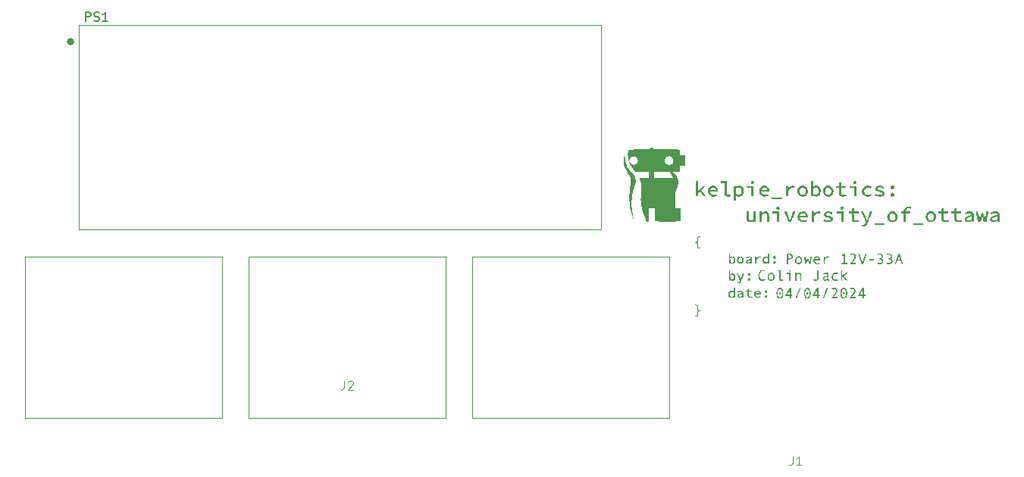
<source format=gbr>
%TF.GenerationSoftware,KiCad,Pcbnew,8.0.1*%
%TF.CreationDate,2024-04-05T18:07:18-04:00*%
%TF.ProjectId,bus1,62757331-2e6b-4696-9361-645f70636258,rev?*%
%TF.SameCoordinates,Original*%
%TF.FileFunction,Legend,Top*%
%TF.FilePolarity,Positive*%
%FSLAX46Y46*%
G04 Gerber Fmt 4.6, Leading zero omitted, Abs format (unit mm)*
G04 Created by KiCad (PCBNEW 8.0.1) date 2024-04-05 18:07:18*
%MOMM*%
%LPD*%
G01*
G04 APERTURE LIST*
%ADD10C,0.200000*%
%ADD11C,0.100000*%
%ADD12C,0.120000*%
%ADD13C,0.400000*%
%ADD14C,0.000000*%
%ADD15R,2.100000X2.100000*%
%ADD16C,2.100000*%
%ADD17C,2.610000*%
%ADD18O,2.800000X3.800000*%
%ADD19C,4.750000*%
%ADD20R,4.750000X4.750000*%
%ADD21C,1.780000*%
%ADD22R,1.780000X7.700000*%
G04 APERTURE END LIST*
D10*
X7311964Y45676531D02*
X7311964Y46676531D01*
X7311964Y46676531D02*
X7692916Y46676531D01*
X7692916Y46676531D02*
X7788154Y46628912D01*
X7788154Y46628912D02*
X7835773Y46581293D01*
X7835773Y46581293D02*
X7883392Y46486055D01*
X7883392Y46486055D02*
X7883392Y46343198D01*
X7883392Y46343198D02*
X7835773Y46247960D01*
X7835773Y46247960D02*
X7788154Y46200341D01*
X7788154Y46200341D02*
X7692916Y46152722D01*
X7692916Y46152722D02*
X7311964Y46152722D01*
X8264345Y45724150D02*
X8407202Y45676531D01*
X8407202Y45676531D02*
X8645297Y45676531D01*
X8645297Y45676531D02*
X8740535Y45724150D01*
X8740535Y45724150D02*
X8788154Y45771770D01*
X8788154Y45771770D02*
X8835773Y45867008D01*
X8835773Y45867008D02*
X8835773Y45962246D01*
X8835773Y45962246D02*
X8788154Y46057484D01*
X8788154Y46057484D02*
X8740535Y46105103D01*
X8740535Y46105103D02*
X8645297Y46152722D01*
X8645297Y46152722D02*
X8454821Y46200341D01*
X8454821Y46200341D02*
X8359583Y46247960D01*
X8359583Y46247960D02*
X8311964Y46295579D01*
X8311964Y46295579D02*
X8264345Y46390817D01*
X8264345Y46390817D02*
X8264345Y46486055D01*
X8264345Y46486055D02*
X8311964Y46581293D01*
X8311964Y46581293D02*
X8359583Y46628912D01*
X8359583Y46628912D02*
X8454821Y46676531D01*
X8454821Y46676531D02*
X8692916Y46676531D01*
X8692916Y46676531D02*
X8835773Y46628912D01*
X9788154Y45676531D02*
X9216726Y45676531D01*
X9502440Y45676531D02*
X9502440Y46676531D01*
X9502440Y46676531D02*
X9407202Y46533674D01*
X9407202Y46533674D02*
X9311964Y46438436D01*
X9311964Y46438436D02*
X9216726Y46390817D01*
D11*
X36202916Y5446331D02*
X36202916Y4732046D01*
X36202916Y4732046D02*
X36155297Y4589189D01*
X36155297Y4589189D02*
X36060059Y4493950D01*
X36060059Y4493950D02*
X35917202Y4446331D01*
X35917202Y4446331D02*
X35821964Y4446331D01*
X36631488Y5351093D02*
X36679107Y5398712D01*
X36679107Y5398712D02*
X36774345Y5446331D01*
X36774345Y5446331D02*
X37012440Y5446331D01*
X37012440Y5446331D02*
X37107678Y5398712D01*
X37107678Y5398712D02*
X37155297Y5351093D01*
X37155297Y5351093D02*
X37202916Y5255855D01*
X37202916Y5255855D02*
X37202916Y5160617D01*
X37202916Y5160617D02*
X37155297Y5017760D01*
X37155297Y5017760D02*
X36583869Y4446331D01*
X36583869Y4446331D02*
X37202916Y4446331D01*
X86292916Y-2983669D02*
X86292916Y-3697954D01*
X86292916Y-3697954D02*
X86245297Y-3840811D01*
X86245297Y-3840811D02*
X86150059Y-3936050D01*
X86150059Y-3936050D02*
X86007202Y-3983669D01*
X86007202Y-3983669D02*
X85911964Y-3983669D01*
X87292916Y-3983669D02*
X86721488Y-3983669D01*
X87007202Y-3983669D02*
X87007202Y-2983669D01*
X87007202Y-2983669D02*
X86911964Y-3126526D01*
X86911964Y-3126526D02*
X86816726Y-3221764D01*
X86816726Y-3221764D02*
X86721488Y-3269383D01*
%TO.C,PS1*%
D12*
X6526250Y22418750D02*
X64926250Y22418750D01*
X64926250Y45278750D01*
X6526250Y45278750D01*
X6526250Y22418750D01*
D13*
X5826250Y43378750D02*
G75*
G02*
X5426250Y43378750I-200000J0D01*
G01*
X5426250Y43378750D02*
G75*
G02*
X5826250Y43378750I200000J0D01*
G01*
%TO.C,J2*%
D11*
X536250Y19333750D02*
X22536250Y19333750D01*
X22536250Y1333750D01*
X536250Y1333750D01*
X536250Y19333750D01*
X25536250Y19333750D02*
X47536250Y19333750D01*
X47536250Y1333750D01*
X25536250Y1333750D01*
X25536250Y19333750D01*
X50506250Y19333750D02*
X72506250Y19333750D01*
X72506250Y1333750D01*
X50506250Y1333750D01*
X50506250Y19333750D01*
D14*
%TO.C,G\u002A\u002A\u002A*%
G36*
X85124339Y25833140D02*
G01*
X85124339Y25733688D01*
X84557464Y25733688D01*
X83990588Y25733688D01*
X83990588Y25833140D01*
X83990588Y25932591D01*
X84557464Y25932591D01*
X85124339Y25932591D01*
X85124339Y25833140D01*
G37*
G36*
X95347989Y18981520D02*
G01*
X95347989Y18911291D01*
X95098099Y18911291D01*
X94848209Y18911291D01*
X94854442Y18975935D01*
X94860675Y19040579D01*
X95104332Y19046164D01*
X95347989Y19051748D01*
X95347989Y18981520D01*
G37*
G36*
X96581191Y22968927D02*
G01*
X96581191Y22869475D01*
X96014316Y22869475D01*
X95447440Y22869475D01*
X95447440Y22968927D01*
X95447440Y23068378D01*
X96014316Y23068378D01*
X96581191Y23068378D01*
X96581191Y22968927D01*
G37*
G36*
X100877511Y22968927D02*
G01*
X100877511Y22869475D01*
X100310635Y22869475D01*
X99743760Y22869475D01*
X99743760Y22968927D01*
X99743760Y23068378D01*
X100310635Y23068378D01*
X100877511Y23068378D01*
X100877511Y22968927D01*
G37*
G36*
X81941881Y26658590D02*
G01*
X81941881Y26071824D01*
X81822538Y26071824D01*
X81703196Y26071824D01*
X81703196Y26559138D01*
X81703196Y27046452D01*
X81444621Y27046452D01*
X81186047Y27046452D01*
X81186047Y27145904D01*
X81186047Y27245356D01*
X81563964Y27245356D01*
X81941881Y27245356D01*
X81941881Y26658590D01*
G37*
G36*
X84806094Y23794377D02*
G01*
X84806094Y23207611D01*
X84686751Y23207611D01*
X84567409Y23207611D01*
X84567409Y23694925D01*
X84567409Y24182239D01*
X84308834Y24182239D01*
X84050260Y24182239D01*
X84050260Y24281691D01*
X84050260Y24381143D01*
X84428177Y24381143D01*
X84806094Y24381143D01*
X84806094Y23794377D01*
G37*
G36*
X85855310Y17534604D02*
G01*
X86049242Y17528911D01*
X86054602Y17096295D01*
X86059963Y16663680D01*
X85989958Y16663680D01*
X85919954Y16663680D01*
X85919954Y17041597D01*
X85919954Y17419514D01*
X85790667Y17419514D01*
X85661379Y17419514D01*
X85661379Y17479905D01*
X85661379Y17540297D01*
X85855310Y17534604D01*
G37*
G36*
X86025100Y17842110D02*
G01*
X86062653Y17811419D01*
X86068908Y17798136D01*
X86069832Y17744603D01*
X86043635Y17702732D01*
X86001117Y17679688D01*
X85953079Y17682634D01*
X85923932Y17701957D01*
X85902386Y17747686D01*
X85906541Y17801242D01*
X85929641Y17836997D01*
X85974595Y17852358D01*
X86025100Y17842110D01*
G37*
G36*
X91966626Y23794377D02*
G01*
X91966626Y23207611D01*
X91847284Y23207611D01*
X91727942Y23207611D01*
X91727942Y23694925D01*
X91727942Y24182239D01*
X91469367Y24182239D01*
X91210792Y24182239D01*
X91210792Y24281691D01*
X91210792Y24381143D01*
X91588709Y24381143D01*
X91966626Y24381143D01*
X91966626Y23794377D01*
G37*
G36*
X93398733Y26658590D02*
G01*
X93398733Y26071824D01*
X93279390Y26071824D01*
X93160048Y26071824D01*
X93160048Y26559138D01*
X93160048Y27046452D01*
X92901473Y27046452D01*
X92642899Y27046452D01*
X92642899Y27145904D01*
X92642899Y27245356D01*
X93020816Y27245356D01*
X93398733Y27245356D01*
X93398733Y26658590D01*
G37*
G36*
X84946039Y15374161D02*
G01*
X84986488Y15331897D01*
X85003752Y15274919D01*
X84993860Y15214241D01*
X84965216Y15171902D01*
X84909288Y15137037D01*
X84850866Y15141857D01*
X84793339Y15182848D01*
X84757918Y15240558D01*
X84756426Y15299633D01*
X84784558Y15350455D01*
X84838009Y15383406D01*
X84886374Y15390696D01*
X84946039Y15374161D01*
G37*
G36*
X81491604Y17482452D02*
G01*
X81541111Y17439241D01*
X81567122Y17379429D01*
X81565710Y17313007D01*
X81532948Y17249960D01*
X81524183Y17240501D01*
X81465138Y17205872D01*
X81398341Y17208801D01*
X81337907Y17241944D01*
X81295950Y17295843D01*
X81284398Y17358795D01*
X81299793Y17420290D01*
X81338675Y17469816D01*
X81397586Y17496864D01*
X81422527Y17499075D01*
X81491604Y17482452D01*
G37*
G36*
X81498274Y16925680D02*
G01*
X81545145Y16882937D01*
X81568770Y16823893D01*
X81565708Y16758528D01*
X81532522Y16696818D01*
X81520432Y16684345D01*
X81459118Y16648844D01*
X81393745Y16652890D01*
X81337907Y16685014D01*
X81294527Y16739934D01*
X81283020Y16802831D01*
X81299751Y16863737D01*
X81341091Y16912683D01*
X81403406Y16939701D01*
X81431593Y16942145D01*
X81498274Y16925680D01*
G37*
G36*
X83407749Y15016205D02*
G01*
X83454621Y14973461D01*
X83478245Y14914418D01*
X83475184Y14849052D01*
X83441998Y14787343D01*
X83429908Y14774870D01*
X83368593Y14739369D01*
X83303220Y14743414D01*
X83247382Y14775539D01*
X83204003Y14830459D01*
X83192495Y14893356D01*
X83209227Y14954262D01*
X83250566Y15003208D01*
X83312882Y15030226D01*
X83341069Y15032670D01*
X83407749Y15016205D01*
G37*
G36*
X84362487Y19392085D02*
G01*
X84409358Y19349342D01*
X84432983Y19290299D01*
X84429921Y19224933D01*
X84396735Y19163224D01*
X84384645Y19150751D01*
X84323331Y19115250D01*
X84257958Y19119295D01*
X84202120Y19151419D01*
X84158740Y19206340D01*
X84147233Y19269237D01*
X84163964Y19330143D01*
X84205304Y19379088D01*
X84267619Y19406107D01*
X84295806Y19408551D01*
X84362487Y19392085D01*
G37*
G36*
X87989537Y15375769D02*
G01*
X88039335Y15338320D01*
X88066383Y15289348D01*
X88068114Y15274036D01*
X88052553Y15221906D01*
X88014335Y15172201D01*
X87966159Y15138705D01*
X87937383Y15132121D01*
X87887125Y15145907D01*
X87849320Y15171902D01*
X87816361Y15227604D01*
X87813649Y15288377D01*
X87837074Y15343080D01*
X87882526Y15380570D01*
X87930009Y15390696D01*
X87989537Y15375769D01*
G37*
G36*
X92063460Y15374425D02*
G01*
X92107873Y15334264D01*
X92133920Y15283192D01*
X92134314Y15243366D01*
X92104427Y15190704D01*
X92056148Y15149234D01*
X92004882Y15132125D01*
X92004203Y15132121D01*
X91962690Y15145547D01*
X91926845Y15171902D01*
X91892484Y15229032D01*
X91889750Y15290123D01*
X91914479Y15344414D01*
X91962506Y15381145D01*
X92011502Y15390696D01*
X92063460Y15374425D01*
G37*
G36*
X83401079Y15572977D02*
G01*
X83450586Y15529765D01*
X83476597Y15469954D01*
X83475185Y15403531D01*
X83442424Y15340485D01*
X83433658Y15331025D01*
X83374528Y15296978D01*
X83307795Y15296463D01*
X83246588Y15329059D01*
X83238222Y15337280D01*
X83202155Y15398939D01*
X83196721Y15465111D01*
X83218158Y15525675D01*
X83262706Y15570511D01*
X83326604Y15589500D01*
X83332003Y15589600D01*
X83401079Y15572977D01*
G37*
G36*
X84367566Y18836188D02*
G01*
X84393409Y18816812D01*
X84425895Y18755983D01*
X84430717Y18687483D01*
X84409809Y18624464D01*
X84365104Y18580075D01*
X84358101Y18576565D01*
X84298846Y18556203D01*
X84252327Y18562110D01*
X84202120Y18594489D01*
X84160483Y18649939D01*
X84148935Y18717977D01*
X84168311Y18784234D01*
X84189492Y18811840D01*
X84242784Y18842545D01*
X84307785Y18850798D01*
X84367566Y18836188D01*
G37*
G36*
X84736028Y24936735D02*
G01*
X84795334Y24898317D01*
X84834891Y24839000D01*
X84845874Y24778950D01*
X84828166Y24706383D01*
X84781585Y24649316D01*
X84715951Y24613997D01*
X84641083Y24606675D01*
X84594400Y24618907D01*
X84531725Y24664233D01*
X84497329Y24729077D01*
X84493502Y24802841D01*
X84522532Y24874926D01*
X84535463Y24891758D01*
X84596506Y24936939D01*
X84666556Y24950770D01*
X84736028Y24936735D01*
G37*
G36*
X91896560Y24936735D02*
G01*
X91955867Y24898317D01*
X91995423Y24839000D01*
X92006407Y24778950D01*
X91988698Y24706383D01*
X91942118Y24649316D01*
X91876484Y24613997D01*
X91801615Y24606675D01*
X91754933Y24618907D01*
X91692258Y24664233D01*
X91657862Y24729077D01*
X91654034Y24802841D01*
X91683064Y24874926D01*
X91695995Y24891758D01*
X91757038Y24936939D01*
X91827089Y24950770D01*
X91896560Y24936735D01*
G37*
G36*
X93328667Y27800948D02*
G01*
X93387973Y27762530D01*
X93427530Y27703213D01*
X93438513Y27643163D01*
X93420805Y27570596D01*
X93374224Y27513529D01*
X93308590Y27478210D01*
X93233722Y27470888D01*
X93187039Y27483120D01*
X93124364Y27528446D01*
X93089968Y27593290D01*
X93086141Y27667054D01*
X93115171Y27739139D01*
X93128102Y27755971D01*
X93189145Y27801152D01*
X93259195Y27814983D01*
X93328667Y27800948D01*
G37*
G36*
X81871815Y27800948D02*
G01*
X81931121Y27762530D01*
X81970678Y27703213D01*
X81981661Y27643163D01*
X81964161Y27568017D01*
X81916680Y27511453D01*
X81846751Y27478809D01*
X81761906Y27475426D01*
X81748346Y27477774D01*
X81695235Y27505986D01*
X81650690Y27559169D01*
X81625716Y27622591D01*
X81623635Y27644736D01*
X81636570Y27697967D01*
X81668034Y27752106D01*
X81671250Y27755971D01*
X81732293Y27801152D01*
X81802343Y27814983D01*
X81871815Y27800948D01*
G37*
G36*
X97509815Y26486013D02*
G01*
X97585353Y26447337D01*
X97634447Y26380640D01*
X97654492Y26289749D01*
X97654829Y26273018D01*
X97637739Y26180470D01*
X97592152Y26109940D01*
X97525117Y26065585D01*
X97443685Y26051564D01*
X97354904Y26072035D01*
X97332553Y26082939D01*
X97277826Y26124701D01*
X97247841Y26182112D01*
X97237692Y26265265D01*
X97237574Y26278256D01*
X97254647Y26369146D01*
X97301463Y26438832D01*
X97371412Y26482270D01*
X97457888Y26494419D01*
X97509815Y26486013D01*
G37*
G36*
X84965216Y17310117D02*
G01*
X84965216Y16783022D01*
X85074614Y16783022D01*
X85137154Y16782020D01*
X85169706Y16775454D01*
X85182061Y16757982D01*
X85184010Y16724263D01*
X85184011Y16723351D01*
X85184011Y16663680D01*
X85004997Y16663680D01*
X84825984Y16663680D01*
X84825984Y17190775D01*
X84825984Y17717869D01*
X84716587Y17717869D01*
X84654046Y17718871D01*
X84621494Y17725438D01*
X84609139Y17742910D01*
X84607190Y17776628D01*
X84607190Y17777540D01*
X84607190Y17837212D01*
X84786203Y17837212D01*
X84965216Y17837212D01*
X84965216Y17310117D01*
G37*
G36*
X90272481Y15874528D02*
G01*
X90267855Y15854608D01*
X90257113Y15827821D01*
X90233038Y15769048D01*
X90197585Y15683027D01*
X90152712Y15574494D01*
X90100378Y15448188D01*
X90042538Y15308846D01*
X90012490Y15236546D01*
X89770592Y14654753D01*
X89705647Y14654753D01*
X89660540Y14659964D01*
X89649641Y14677027D01*
X89650987Y14681555D01*
X89660932Y14705916D01*
X89684284Y14762363D01*
X89719122Y14846271D01*
X89763522Y14953019D01*
X89815562Y15077982D01*
X89873321Y15216539D01*
X89905295Y15293184D01*
X90149318Y15878010D01*
X90215320Y15884444D01*
X90259050Y15885803D01*
X90272481Y15874528D01*
G37*
G36*
X97513468Y27319396D02*
G01*
X97561800Y27297648D01*
X97597130Y27266776D01*
X97633427Y27223595D01*
X97650648Y27178127D01*
X97655254Y27112512D01*
X97655271Y27106123D01*
X97651367Y27038221D01*
X97635346Y26991838D01*
X97600744Y26949114D01*
X97597130Y26945470D01*
X97549696Y26906827D01*
X97498373Y26890129D01*
X97446422Y26887329D01*
X97379377Y26892850D01*
X97331044Y26914598D01*
X97295715Y26945470D01*
X97259417Y26988651D01*
X97242197Y27034120D01*
X97237591Y27099734D01*
X97237574Y27106123D01*
X97241478Y27174025D01*
X97257499Y27220408D01*
X97292101Y27263132D01*
X97295715Y27266776D01*
X97343149Y27305420D01*
X97394471Y27322117D01*
X97446422Y27324917D01*
X97513468Y27319396D01*
G37*
G36*
X82698645Y19365171D02*
G01*
X82739349Y19350903D01*
X82753489Y19320758D01*
X82747487Y19269529D01*
X82747461Y19269412D01*
X82736767Y19233252D01*
X82717746Y19218389D01*
X82677832Y19218837D01*
X82649021Y19222535D01*
X82536171Y19220604D01*
X82436820Y19181485D01*
X82349953Y19105178D01*
X82280017Y19023473D01*
X82280017Y18798314D01*
X82280017Y18573155D01*
X82200035Y18573155D01*
X82120053Y18573155D01*
X82125446Y18965990D01*
X82130839Y19358825D01*
X82190510Y19358825D01*
X82230089Y19354839D01*
X82248496Y19335090D01*
X82256046Y19287895D01*
X82256355Y19284236D01*
X82264764Y19230143D01*
X82281548Y19213264D01*
X82312235Y19231852D01*
X82338635Y19258252D01*
X82429417Y19326613D01*
X82543085Y19362626D01*
X82624958Y19368770D01*
X82698645Y19365171D01*
G37*
G36*
X92165530Y19159921D02*
G01*
X92165530Y18632826D01*
X92284872Y18632826D01*
X92404214Y18632826D01*
X92404214Y18573155D01*
X92404214Y18513484D01*
X92084647Y18513484D01*
X91765080Y18513484D01*
X91771374Y18568183D01*
X91777247Y18598172D01*
X91792564Y18615190D01*
X91826974Y18623716D01*
X91890129Y18628228D01*
X91901982Y18628803D01*
X92026297Y18634725D01*
X92026297Y19081644D01*
X92026297Y19528563D01*
X91927507Y19478502D01*
X91857052Y19444827D01*
X91814726Y19431979D01*
X91794368Y19440620D01*
X91789817Y19471408D01*
X91791325Y19493085D01*
X91799178Y19530619D01*
X91819765Y19560264D01*
X91861458Y19590600D01*
X91916900Y19621813D01*
X91988569Y19655267D01*
X92056543Y19678662D01*
X92100886Y19686457D01*
X92165530Y19687016D01*
X92165530Y19159921D01*
G37*
G36*
X90323614Y19369552D02*
G01*
X90357254Y19352077D01*
X90363457Y19326611D01*
X90353350Y19291572D01*
X90339180Y19257563D01*
X90319727Y19241477D01*
X90283032Y19238707D01*
X90228487Y19243468D01*
X90119613Y19240333D01*
X90031969Y19204840D01*
X89961425Y19135286D01*
X89959267Y19132288D01*
X89942673Y19105360D01*
X89931186Y19074205D01*
X89923887Y19031313D01*
X89919858Y18969172D01*
X89918183Y18880269D01*
X89917918Y18793851D01*
X89917918Y18513484D01*
X89848302Y18513484D01*
X89778686Y18513484D01*
X89778686Y18941127D01*
X89778686Y19368770D01*
X89848302Y19368770D01*
X89893907Y19366015D01*
X89913549Y19349867D01*
X89918366Y19308500D01*
X89918548Y19294181D01*
X89919178Y19219592D01*
X89960394Y19274848D01*
X90033462Y19341474D01*
X90127085Y19380680D01*
X90230584Y19389680D01*
X90323614Y19369552D01*
G37*
G36*
X86423636Y27269587D02*
G01*
X86446485Y27265363D01*
X86514016Y27247811D01*
X86548664Y27224438D01*
X86555524Y27185812D01*
X86539693Y27122500D01*
X86533603Y27104119D01*
X86517422Y27058042D01*
X86507184Y27032201D01*
X86506406Y27030858D01*
X86486329Y27031536D01*
X86439961Y27039534D01*
X86406836Y27046549D01*
X86275626Y27058030D01*
X86153295Y27031124D01*
X86038195Y26965372D01*
X85999447Y26933215D01*
X85944645Y26882437D01*
X85904132Y26837974D01*
X85875752Y26792615D01*
X85857349Y26739146D01*
X85846769Y26670356D01*
X85841856Y26579032D01*
X85840453Y26457962D01*
X85840393Y26401003D01*
X85840393Y26071824D01*
X85721050Y26071824D01*
X85601708Y26071824D01*
X85601708Y26658590D01*
X85601708Y27245356D01*
X85699577Y27245356D01*
X85797446Y27245356D01*
X85811051Y27118310D01*
X85824656Y26991264D01*
X85895505Y27069685D01*
X86011074Y27171380D01*
X86141491Y27239971D01*
X86280949Y27273395D01*
X86423636Y27269587D01*
G37*
G36*
X89198153Y17344925D02*
G01*
X89195519Y17176025D01*
X89191624Y17042065D01*
X89185337Y16938205D01*
X89175529Y16859605D01*
X89161068Y16801425D01*
X89140824Y16758824D01*
X89113666Y16726961D01*
X89078465Y16700998D01*
X89043052Y16680847D01*
X88970835Y16657184D01*
X88876283Y16646294D01*
X88774907Y16648685D01*
X88682215Y16664868D01*
X88669798Y16668588D01*
X88619921Y16692644D01*
X88607471Y16724355D01*
X88630127Y16769788D01*
X88630741Y16770631D01*
X88650938Y16790807D01*
X88679079Y16795981D01*
X88728114Y16787400D01*
X88749748Y16782101D01*
X88855656Y16767617D01*
X88942315Y16780827D01*
X89004755Y16820702D01*
X89018029Y16837721D01*
X89029251Y16859270D01*
X89038006Y16888960D01*
X89044698Y16931944D01*
X89049729Y16993372D01*
X89053505Y17078395D01*
X89056427Y17192165D01*
X89058899Y17339831D01*
X89059237Y17363886D01*
X89065788Y17837212D01*
X89135087Y17837212D01*
X89204386Y17837212D01*
X89198153Y17344925D01*
G37*
G36*
X89279199Y24406333D02*
G01*
X89316108Y24400027D01*
X89382342Y24382165D01*
X89414767Y24361827D01*
X89420548Y24344924D01*
X89415227Y24300667D01*
X89402332Y24246959D01*
X89386112Y24197744D01*
X89370821Y24166965D01*
X89365025Y24162835D01*
X89338655Y24167260D01*
X89288492Y24177849D01*
X89263478Y24183506D01*
X89135594Y24193792D01*
X89013094Y24164860D01*
X88897175Y24097055D01*
X88863660Y24069002D01*
X88808858Y24018224D01*
X88768345Y23973761D01*
X88739965Y23928402D01*
X88721562Y23874933D01*
X88710982Y23806143D01*
X88706069Y23714819D01*
X88704666Y23593749D01*
X88704606Y23536790D01*
X88704606Y23207611D01*
X88585263Y23207611D01*
X88465921Y23207611D01*
X88465921Y23794377D01*
X88465921Y24381143D01*
X88563790Y24381143D01*
X88661659Y24381143D01*
X88675587Y24251079D01*
X88689516Y24121016D01*
X88758402Y24201493D01*
X88868230Y24301584D01*
X88996554Y24370837D01*
X89136002Y24406628D01*
X89279199Y24406333D01*
G37*
G36*
X75716195Y27235410D02*
G01*
X75716724Y27092554D01*
X75718216Y26963615D01*
X75720530Y26853672D01*
X75723526Y26767803D01*
X75727062Y26711085D01*
X75730998Y26688597D01*
X75731380Y26688425D01*
X75749457Y26701876D01*
X75790963Y26739378D01*
X75851396Y26796653D01*
X75926253Y26869427D01*
X76011035Y26953421D01*
X76024496Y26966890D01*
X76302428Y27245356D01*
X76441616Y27245356D01*
X76580805Y27245356D01*
X76348711Y27011644D01*
X76116617Y26777932D01*
X76309241Y26516975D01*
X76380316Y26420507D01*
X76448528Y26327606D01*
X76507942Y26246376D01*
X76552627Y26184917D01*
X76567744Y26163921D01*
X76633624Y26071824D01*
X76498128Y26072644D01*
X76362632Y26073464D01*
X76165916Y26352747D01*
X75969200Y26632029D01*
X75842698Y26506652D01*
X75716195Y26381274D01*
X75716195Y26226549D01*
X75716195Y26071824D01*
X75596853Y26071824D01*
X75477511Y26071824D01*
X75477511Y26927110D01*
X75477511Y27782396D01*
X75596853Y27782396D01*
X75716195Y27782396D01*
X75716195Y27235410D01*
G37*
G36*
X87093936Y17544256D02*
G01*
X87174921Y17510253D01*
X87236770Y17447472D01*
X87241723Y17439404D01*
X87256684Y17409963D01*
X87267783Y17375835D01*
X87275765Y17330405D01*
X87281376Y17267057D01*
X87285361Y17179173D01*
X87288465Y17060138D01*
X87289349Y17016734D01*
X87296254Y16663680D01*
X87224705Y16663680D01*
X87153157Y16663680D01*
X87153157Y16972619D01*
X87151551Y17118543D01*
X87145924Y17229633D01*
X87135063Y17310739D01*
X87117755Y17366707D01*
X87092785Y17402386D01*
X87058942Y17422625D01*
X87039115Y17428295D01*
X86963096Y17429530D01*
X86884561Y17397833D01*
X86818872Y17350086D01*
X86755350Y17296635D01*
X86755350Y16980158D01*
X86755350Y16663680D01*
X86685733Y16663680D01*
X86616117Y16663680D01*
X86616117Y17102528D01*
X86616117Y17541376D01*
X86680761Y17535144D01*
X86727105Y17524803D01*
X86747182Y17498443D01*
X86751757Y17473605D01*
X86758109Y17418300D01*
X86817305Y17468109D01*
X86907014Y17523733D01*
X87001929Y17548932D01*
X87093936Y17544256D01*
G37*
G36*
X87198656Y15883960D02*
G01*
X87209538Y15865925D01*
X87205380Y15843202D01*
X87194942Y15814167D01*
X87171015Y15753375D01*
X87135594Y15665710D01*
X87090674Y15556061D01*
X87038249Y15429311D01*
X86980315Y15290349D01*
X86955682Y15231573D01*
X86888845Y15072573D01*
X86835337Y14946423D01*
X86793150Y14849270D01*
X86760276Y14777259D01*
X86734704Y14726536D01*
X86714428Y14693246D01*
X86697437Y14673537D01*
X86681723Y14663552D01*
X86665278Y14659439D01*
X86656985Y14658465D01*
X86614783Y14658520D01*
X86596264Y14667223D01*
X86596227Y14667763D01*
X86603621Y14689225D01*
X86624602Y14742937D01*
X86657367Y14824466D01*
X86700112Y14929376D01*
X86751036Y15053236D01*
X86808335Y15191611D01*
X86847470Y15285624D01*
X86916120Y15450034D01*
X86971382Y15581422D01*
X87015165Y15683491D01*
X87049375Y15759941D01*
X87075921Y15814476D01*
X87096710Y15850795D01*
X87113652Y15872601D01*
X87128652Y15883596D01*
X87143620Y15887480D01*
X87157927Y15887955D01*
X87198656Y15883960D01*
G37*
G36*
X85860283Y19676232D02*
G01*
X85966102Y19674099D01*
X86042466Y19667756D01*
X86099603Y19655790D01*
X86147740Y19636789D01*
X86148431Y19636451D01*
X86237744Y19573201D01*
X86294154Y19487687D01*
X86317194Y19380674D01*
X86317762Y19358825D01*
X86300310Y19248740D01*
X86250006Y19158310D01*
X86169922Y19090106D01*
X86063132Y19046702D01*
X85932710Y19030671D01*
X85925685Y19030634D01*
X85800612Y19030634D01*
X85800612Y18772059D01*
X85800612Y18513484D01*
X85720750Y18513484D01*
X85640888Y18513484D01*
X85646161Y19095277D01*
X85650262Y19547783D01*
X85800612Y19547783D01*
X85800612Y19346156D01*
X85800612Y19144529D01*
X85932324Y19155102D01*
X86011518Y19164448D01*
X86064249Y19179948D01*
X86103802Y19206118D01*
X86115858Y19217496D01*
X86160859Y19287332D01*
X86170262Y19364790D01*
X86144495Y19440627D01*
X86103174Y19490148D01*
X86059875Y19523739D01*
X86016386Y19541111D01*
X85956664Y19547303D01*
X85919640Y19547783D01*
X85800612Y19547783D01*
X85650262Y19547783D01*
X85651434Y19677071D01*
X85860283Y19676232D01*
G37*
G36*
X83427654Y24388511D02*
G01*
X83525528Y24329596D01*
X83603397Y24237057D01*
X83612671Y24221250D01*
X83628542Y24191613D01*
X83640712Y24162834D01*
X83649765Y24129197D01*
X83656286Y24084985D01*
X83660857Y24024484D01*
X83664063Y23941978D01*
X83666488Y23831751D01*
X83668715Y23688088D01*
X83668972Y23670062D01*
X83675547Y23207611D01*
X83556341Y23207611D01*
X83437134Y23207611D01*
X83430230Y23620336D01*
X83427279Y23765708D01*
X83423614Y23876834D01*
X83418766Y23959246D01*
X83412267Y24018478D01*
X83403651Y24060063D01*
X83392449Y24089535D01*
X83390203Y24093833D01*
X83334914Y24158044D01*
X83259505Y24193236D01*
X83170811Y24199641D01*
X83075672Y24177491D01*
X82980924Y24127020D01*
X82921481Y24077877D01*
X82856837Y24015312D01*
X82856837Y23611462D01*
X82856837Y23207611D01*
X82737495Y23207611D01*
X82618153Y23207611D01*
X82618153Y23794377D01*
X82618153Y24381143D01*
X82715346Y24381143D01*
X82812540Y24381143D01*
X82826093Y24290761D01*
X82839647Y24200379D01*
X82908182Y24260553D01*
X83008129Y24334698D01*
X83114350Y24382100D01*
X83183391Y24400666D01*
X83312650Y24412602D01*
X83427654Y24388511D01*
G37*
G36*
X91225224Y17541587D02*
G01*
X91277279Y17532376D01*
X91326018Y17519606D01*
X91344575Y17502395D01*
X91342145Y17470633D01*
X91340306Y17463061D01*
X91328661Y17422113D01*
X91321212Y17403961D01*
X91300317Y17404641D01*
X91253273Y17412666D01*
X91219143Y17419871D01*
X91094979Y17432198D01*
X90988530Y17411174D01*
X90902882Y17358532D01*
X90841124Y17276006D01*
X90811279Y17190921D01*
X90800207Y17065439D01*
X90825780Y16953988D01*
X90887580Y16858145D01*
X90903902Y16841326D01*
X90956196Y16798868D01*
X91011771Y16776747D01*
X91076610Y16767684D01*
X91153643Y16766411D01*
X91227644Y16773233D01*
X91254894Y16778931D01*
X91311174Y16787196D01*
X91340666Y16769295D01*
X91349954Y16720715D01*
X91350025Y16713725D01*
X91331822Y16686806D01*
X91283275Y16665906D01*
X91213476Y16651822D01*
X91131518Y16645348D01*
X91046492Y16647279D01*
X90967490Y16658411D01*
X90912437Y16675454D01*
X90806067Y16741882D01*
X90726369Y16835208D01*
X90675887Y16950700D01*
X90657166Y17083627D01*
X90659576Y17145652D01*
X90688618Y17277988D01*
X90747700Y17386256D01*
X90833862Y17468603D01*
X90944144Y17523176D01*
X91075585Y17548122D01*
X91225224Y17541587D01*
G37*
G36*
X91851775Y17510973D02*
G01*
X91857229Y17184735D01*
X92055026Y17361796D01*
X92136902Y17434220D01*
X92196443Y17483741D01*
X92240373Y17514620D01*
X92275421Y17531120D01*
X92308310Y17537501D01*
X92333491Y17538231D01*
X92414159Y17537605D01*
X92218130Y17354227D01*
X92022100Y17170848D01*
X92233047Y16928384D01*
X92304140Y16846017D01*
X92365009Y16774246D01*
X92411270Y16718345D01*
X92438536Y16683586D01*
X92443995Y16674800D01*
X92426361Y16667758D01*
X92382449Y16663918D01*
X92366505Y16663680D01*
X92333829Y16665318D01*
X92305375Y16673433D01*
X92275205Y16692822D01*
X92237382Y16728284D01*
X92185968Y16784616D01*
X92115027Y16866617D01*
X92114221Y16867556D01*
X92049836Y16942743D01*
X91995474Y17006394D01*
X91956014Y17052783D01*
X91936339Y17076182D01*
X91935073Y17077783D01*
X91917293Y17073536D01*
X91889001Y17058081D01*
X91869190Y17041867D01*
X91856834Y17017577D01*
X91850218Y16976562D01*
X91847625Y16910172D01*
X91847284Y16847854D01*
X91847284Y16663680D01*
X91777668Y16663680D01*
X91708051Y16663680D01*
X91708051Y17250446D01*
X91708051Y17837212D01*
X91777187Y17837212D01*
X91846322Y17837212D01*
X91851775Y17510973D01*
G37*
G36*
X81385816Y24028089D02*
G01*
X81387243Y23867817D01*
X81391152Y23742044D01*
X81398310Y23645523D01*
X81409483Y23573008D01*
X81425435Y23519253D01*
X81446934Y23479013D01*
X81469944Y23451712D01*
X81514502Y23418213D01*
X81570084Y23403319D01*
X81616406Y23400810D01*
X81724459Y23414521D01*
X81821707Y23460963D01*
X81899989Y23526806D01*
X81961771Y23588588D01*
X81961771Y23984865D01*
X81961771Y24381143D01*
X82081113Y24381143D01*
X82200455Y24381143D01*
X82200455Y23794377D01*
X82200455Y23207611D01*
X82103323Y23207611D01*
X82041224Y23212248D01*
X82004667Y23231485D01*
X81987111Y23273309D01*
X81982014Y23345708D01*
X81981933Y23355853D01*
X81981661Y23414588D01*
X81907072Y23342023D01*
X81797726Y23258969D01*
X81676279Y23206856D01*
X81550300Y23187137D01*
X81427356Y23201266D01*
X81343813Y23233820D01*
X81271486Y23284976D01*
X81217225Y23357407D01*
X81206425Y23377401D01*
X81190240Y23410237D01*
X81177871Y23441649D01*
X81168711Y23477535D01*
X81162156Y23523795D01*
X81157598Y23586328D01*
X81154433Y23671032D01*
X81152055Y23783808D01*
X81149894Y23928013D01*
X81143577Y24381143D01*
X81264263Y24381143D01*
X81384950Y24381143D01*
X81385816Y24028089D01*
G37*
G36*
X93166341Y19673408D02*
G01*
X93253783Y19620216D01*
X93318922Y19545152D01*
X93357219Y19451542D01*
X93364141Y19342713D01*
X93352265Y19274982D01*
X93323990Y19189188D01*
X93282021Y19103739D01*
X93221932Y19011640D01*
X93139295Y18905896D01*
X93060834Y18814534D01*
X92900469Y18632826D01*
X93139655Y18632826D01*
X93378842Y18632826D01*
X93378842Y18573155D01*
X93378842Y18513484D01*
X93060596Y18513484D01*
X92742350Y18513484D01*
X92742350Y18563567D01*
X92754919Y18602513D01*
X92793576Y18662635D01*
X92859747Y18745983D01*
X92909341Y18803553D01*
X93023018Y18939833D01*
X93107127Y19057762D01*
X93164350Y19162282D01*
X93197369Y19258331D01*
X93208865Y19350852D01*
X93208924Y19355534D01*
X93207220Y19424145D01*
X93197504Y19467548D01*
X93174762Y19500200D01*
X93151183Y19522023D01*
X93115237Y19549337D01*
X93079722Y19563131D01*
X93031005Y19566315D01*
X92962225Y19562327D01*
X92889181Y19554943D01*
X92828657Y19545794D01*
X92797049Y19537915D01*
X92772769Y19534650D01*
X92763296Y19557945D01*
X92762241Y19585928D01*
X92770508Y19635185D01*
X92802186Y19662852D01*
X92815557Y19668490D01*
X92942692Y19700871D01*
X93061132Y19701401D01*
X93166341Y19673408D01*
G37*
G36*
X86138748Y15460313D02*
G01*
X86138748Y15072450D01*
X86208364Y15072450D01*
X86255137Y15069124D01*
X86274321Y15052252D01*
X86277981Y15012779D01*
X86274100Y14972689D01*
X86254415Y14956245D01*
X86208364Y14953108D01*
X86138748Y14953108D01*
X86138748Y14813876D01*
X86138748Y14674643D01*
X86069132Y14674643D01*
X85999516Y14674643D01*
X85999516Y14813876D01*
X85999516Y14953108D01*
X85738683Y14953108D01*
X85477851Y14953108D01*
X85485935Y15008190D01*
X85498019Y15040934D01*
X85513137Y15072450D01*
X85640467Y15072450D01*
X85819992Y15072450D01*
X85999516Y15072450D01*
X85999516Y15384066D01*
X85999024Y15489536D01*
X85997667Y15578675D01*
X85995620Y15644992D01*
X85993058Y15681996D01*
X85991311Y15687394D01*
X85978817Y15667869D01*
X85950846Y15620904D01*
X85911527Y15553673D01*
X85864989Y15473349D01*
X85815360Y15387107D01*
X85766770Y15302121D01*
X85723346Y15225564D01*
X85689217Y15164611D01*
X85668883Y15127149D01*
X85640467Y15072450D01*
X85513137Y15072450D01*
X85527395Y15102172D01*
X85571055Y15186185D01*
X85625989Y15287256D01*
X85689189Y15399669D01*
X85721432Y15455723D01*
X85948843Y15848175D01*
X86043796Y15848175D01*
X86138748Y15848175D01*
X86138748Y15460313D01*
G37*
G36*
X91015320Y15865237D02*
G01*
X91090179Y15847939D01*
X91106112Y15840933D01*
X91197092Y15773088D01*
X91258096Y15682475D01*
X91285943Y15575731D01*
X91280961Y15476156D01*
X91261296Y15401305D01*
X91228458Y15325062D01*
X91178916Y15241908D01*
X91109138Y15146329D01*
X91015592Y15032806D01*
X90946473Y14953655D01*
X90831331Y14823821D01*
X91065815Y14813876D01*
X91300299Y14803930D01*
X91300299Y14744259D01*
X91300299Y14684588D01*
X90977080Y14679123D01*
X90653862Y14673658D01*
X90654568Y14728849D01*
X90663536Y14763434D01*
X90691626Y14812401D01*
X90741724Y14879945D01*
X90816716Y14970260D01*
X90836224Y14992889D01*
X90963508Y15151214D01*
X91055559Y15291914D01*
X91112548Y15415501D01*
X91134646Y15522487D01*
X91122025Y15613384D01*
X91074855Y15688705D01*
X91070455Y15693216D01*
X91034462Y15726454D01*
X91002451Y15743309D01*
X90960357Y15747520D01*
X90894113Y15742822D01*
X90886469Y15742088D01*
X90814132Y15734815D01*
X90753225Y15728196D01*
X90723478Y15724535D01*
X90691986Y15730588D01*
X90678258Y15766420D01*
X90677589Y15771668D01*
X90679264Y15808729D01*
X90702003Y15831724D01*
X90743585Y15848246D01*
X90826461Y15865704D01*
X90922227Y15871263D01*
X91015320Y15865237D01*
G37*
G36*
X78922799Y27067363D02*
G01*
X78924331Y26879867D01*
X78925823Y26728080D01*
X78927548Y26607932D01*
X78929778Y26515352D01*
X78932786Y26446269D01*
X78936844Y26396614D01*
X78942225Y26362316D01*
X78949203Y26339303D01*
X78958048Y26323507D01*
X78969035Y26310855D01*
X78973787Y26306067D01*
X79013600Y26276816D01*
X79065794Y26263326D01*
X79122965Y26260782D01*
X79196781Y26263887D01*
X79264562Y26271750D01*
X79288091Y26276534D01*
X79327923Y26283799D01*
X79350096Y26272759D01*
X79366426Y26234752D01*
X79372625Y26214555D01*
X79387288Y26162954D01*
X79395367Y26129359D01*
X79395913Y26124985D01*
X79378566Y26113280D01*
X79333919Y26095722D01*
X79292851Y26082540D01*
X79169121Y26057976D01*
X79045014Y26054785D01*
X78934279Y26072735D01*
X78888709Y26089342D01*
X78806451Y26137510D01*
X78749395Y26200005D01*
X78710454Y26275789D01*
X78701556Y26303172D01*
X78694498Y26340945D01*
X78689086Y26393507D01*
X78685125Y26465258D01*
X78682419Y26560596D01*
X78680774Y26683921D01*
X78679995Y26839633D01*
X78679860Y26966252D01*
X78679860Y27583492D01*
X78469922Y27583492D01*
X78259983Y27583492D01*
X78266045Y27677971D01*
X78272108Y27772450D01*
X78594608Y27777912D01*
X78917108Y27783374D01*
X78922799Y27067363D01*
G37*
G36*
X80550031Y19362795D02*
G01*
X80646427Y19334804D01*
X80728355Y19277703D01*
X80756021Y19249445D01*
X80825487Y19144548D01*
X80859468Y19026375D01*
X80857350Y18900798D01*
X80818518Y18773687D01*
X80808108Y18752127D01*
X80743025Y18665638D01*
X80653233Y18602443D01*
X80548360Y18565751D01*
X80438038Y18558770D01*
X80331894Y18584710D01*
X80320816Y18589745D01*
X80228875Y18648779D01*
X80154700Y18725351D01*
X80113232Y18798217D01*
X80101508Y18849303D01*
X80093825Y18921238D01*
X80092954Y18947028D01*
X80254386Y18947028D01*
X80267469Y18864472D01*
X80299075Y18790756D01*
X80349232Y18733238D01*
X80417969Y18699271D01*
X80463726Y18693294D01*
X80516354Y18699867D01*
X80558196Y18711892D01*
X80617633Y18754286D01*
X80660493Y18824036D01*
X80684439Y18911353D01*
X80687131Y19006447D01*
X80666230Y19099530D01*
X80656359Y19122795D01*
X80611662Y19188928D01*
X80550473Y19224540D01*
X80465824Y19234962D01*
X80386718Y19218541D01*
X80325993Y19174181D01*
X80283677Y19109238D01*
X80259798Y19031068D01*
X80254386Y18947028D01*
X80092954Y18947028D01*
X80092076Y18973050D01*
X80108055Y19102969D01*
X80154276Y19210197D01*
X80228163Y19291750D01*
X80327143Y19344642D01*
X80430049Y19364907D01*
X80550031Y19362795D01*
G37*
G36*
X87028297Y19384302D02*
G01*
X87134668Y19354444D01*
X87164404Y19339223D01*
X87245218Y19270891D01*
X87303757Y19178815D01*
X87340164Y19070629D01*
X87354581Y18953964D01*
X87347150Y18836456D01*
X87318013Y18725739D01*
X87267311Y18629444D01*
X87195188Y18555208D01*
X87149307Y18527876D01*
X87038917Y18491898D01*
X86929115Y18484748D01*
X86880163Y18492409D01*
X86769558Y18538901D01*
X86681327Y18615969D01*
X86618220Y18719585D01*
X86582988Y18845722D01*
X86577864Y18916331D01*
X86719367Y18916331D01*
X86736031Y18806467D01*
X86777332Y18709926D01*
X86806539Y18670990D01*
X86874337Y18623360D01*
X86956340Y18605864D01*
X87040291Y18618932D01*
X87110967Y18660300D01*
X87172824Y18741804D01*
X87206271Y18850927D01*
X87212828Y18941127D01*
X87199808Y19065345D01*
X87161712Y19161811D01*
X87099983Y19228650D01*
X87016065Y19263988D01*
X86959986Y19269318D01*
X86892413Y19262664D01*
X86842360Y19237300D01*
X86815366Y19213052D01*
X86759219Y19130903D01*
X86727158Y19028236D01*
X86719367Y18916331D01*
X86577864Y18916331D01*
X86576336Y18937390D01*
X86590937Y19067667D01*
X86632157Y19184113D01*
X86696119Y19279634D01*
X86778950Y19347139D01*
X86807922Y19361296D01*
X86913806Y19386932D01*
X87028297Y19384302D01*
G37*
G36*
X93073785Y15859998D02*
G01*
X93153532Y15834058D01*
X93153873Y15833881D01*
X93233532Y15779552D01*
X93283805Y15710441D01*
X93310121Y15617654D01*
X93315344Y15569375D01*
X93317645Y15497003D01*
X93309540Y15439015D01*
X93287098Y15377292D01*
X93262392Y15325451D01*
X93224265Y15260935D01*
X93166867Y15178360D01*
X93098174Y15088653D01*
X93030616Y15007807D01*
X92860487Y14813876D01*
X93099774Y14813876D01*
X93339061Y14813876D01*
X93339061Y14744259D01*
X93339061Y14674643D01*
X93024131Y14674643D01*
X92916004Y14675441D01*
X92822182Y14677643D01*
X92749739Y14680965D01*
X92705745Y14685121D01*
X92695940Y14687903D01*
X92683853Y14712249D01*
X92690211Y14747021D01*
X92717396Y14796359D01*
X92767794Y14864404D01*
X92843788Y14955296D01*
X92861986Y14976257D01*
X92993104Y15139035D01*
X93088063Y15285240D01*
X93146867Y15414878D01*
X93169519Y15527957D01*
X93156021Y15624484D01*
X93142846Y15654193D01*
X93092580Y15708410D01*
X93016675Y15740817D01*
X92923917Y15749538D01*
X92823093Y15732698D01*
X92803974Y15726533D01*
X92756915Y15711876D01*
X92733829Y15716962D01*
X92720991Y15748837D01*
X92715321Y15772046D01*
X92711293Y15808591D01*
X92728205Y15830321D01*
X92773546Y15848624D01*
X92867561Y15867910D01*
X92973051Y15871492D01*
X93073785Y15859998D01*
G37*
G36*
X86550985Y24378680D02*
G01*
X86585436Y24370534D01*
X86590591Y24356280D01*
X86580963Y24332170D01*
X86558463Y24275875D01*
X86524991Y24192145D01*
X86482446Y24085730D01*
X86432728Y23961382D01*
X86377735Y23823852D01*
X86356007Y23769514D01*
X86131313Y23207611D01*
X85996065Y23207611D01*
X85860817Y23207611D01*
X85829409Y23282200D01*
X85814349Y23318423D01*
X85787241Y23384071D01*
X85750520Y23473217D01*
X85706618Y23579934D01*
X85657970Y23698294D01*
X85607009Y23822370D01*
X85556169Y23946234D01*
X85507883Y24063958D01*
X85464584Y24169617D01*
X85428708Y24257281D01*
X85402686Y24321024D01*
X85388953Y24354919D01*
X85388012Y24357294D01*
X85391497Y24371430D01*
X85420367Y24378031D01*
X85480796Y24378156D01*
X85504015Y24377184D01*
X85630151Y24371197D01*
X85752649Y24058860D01*
X85798898Y23939990D01*
X85844962Y23819927D01*
X85886696Y23709591D01*
X85919954Y23619899D01*
X85932017Y23586464D01*
X85959042Y23514110D01*
X85982213Y23458783D01*
X85997800Y23429137D01*
X86000999Y23426405D01*
X86013360Y23443595D01*
X86030448Y23486974D01*
X86038004Y23510939D01*
X86052624Y23555046D01*
X86079011Y23629194D01*
X86114574Y23726326D01*
X86156725Y23839383D01*
X86202872Y23961307D01*
X86213185Y23988308D01*
X86363471Y24381143D01*
X86481977Y24381143D01*
X86550985Y24378680D01*
G37*
G36*
X89201865Y15460313D02*
G01*
X89201865Y15072450D01*
X89271481Y15072450D01*
X89318254Y15069124D01*
X89337438Y15052252D01*
X89341097Y15012779D01*
X89337217Y14972689D01*
X89317532Y14956245D01*
X89271481Y14953108D01*
X89201865Y14953108D01*
X89201865Y14813876D01*
X89201865Y14674643D01*
X89132249Y14674643D01*
X89062632Y14674643D01*
X89062632Y14813876D01*
X89062632Y14953108D01*
X88804058Y14953108D01*
X88545483Y14953108D01*
X88545483Y15004542D01*
X88555406Y15037337D01*
X88576882Y15084642D01*
X88704606Y15084642D01*
X88723015Y15079273D01*
X88772325Y15075110D01*
X88843661Y15072759D01*
X88883619Y15072450D01*
X89062632Y15072450D01*
X89062632Y15380751D01*
X89062146Y15486408D01*
X89060803Y15576462D01*
X89058780Y15644148D01*
X89056251Y15682703D01*
X89054638Y15689052D01*
X89042616Y15672845D01*
X89015019Y15628743D01*
X88975774Y15563525D01*
X88928806Y15483970D01*
X88878042Y15396856D01*
X88827407Y15308963D01*
X88780827Y15227069D01*
X88742227Y15157953D01*
X88715534Y15108394D01*
X88704673Y15085170D01*
X88704606Y15084642D01*
X88576882Y15084642D01*
X88583492Y15099202D01*
X88627216Y15185230D01*
X88684053Y15290513D01*
X88751479Y15410143D01*
X88775706Y15452075D01*
X89005929Y15848175D01*
X89103897Y15848175D01*
X89201865Y15848175D01*
X89201865Y15460313D01*
G37*
G36*
X93893059Y19314071D02*
G01*
X93932481Y19190071D01*
X93970241Y19070943D01*
X94003718Y18964994D01*
X94030284Y18880529D01*
X94047039Y18826757D01*
X94067482Y18766329D01*
X94085001Y18724878D01*
X94094298Y18712388D01*
X94099663Y18717380D01*
X94108198Y18734624D01*
X94121055Y18767516D01*
X94139381Y18819455D01*
X94164326Y18893839D01*
X94197039Y18994067D01*
X94238669Y19123535D01*
X94290365Y19285643D01*
X94324675Y19393633D01*
X94417802Y19687016D01*
X94485088Y19687016D01*
X94530480Y19683134D01*
X94552846Y19673636D01*
X94553299Y19672098D01*
X94547628Y19650116D01*
X94531135Y19595074D01*
X94505314Y19511741D01*
X94471659Y19404881D01*
X94431665Y19279263D01*
X94386828Y19139653D01*
X94369313Y19085415D01*
X94184402Y18513649D01*
X94101042Y18513567D01*
X94047360Y18516757D01*
X94013266Y18524846D01*
X94008716Y18528402D01*
X93999786Y18551635D01*
X93980710Y18606741D01*
X93953362Y18687959D01*
X93919617Y18789526D01*
X93881351Y18905682D01*
X93840438Y19030665D01*
X93798754Y19158714D01*
X93758174Y19284065D01*
X93720573Y19400960D01*
X93687827Y19503635D01*
X93661809Y19586329D01*
X93644396Y19643280D01*
X93637463Y19668728D01*
X93637417Y19669258D01*
X93654888Y19681077D01*
X93697754Y19686891D01*
X93705864Y19687016D01*
X93774311Y19687016D01*
X93893059Y19314071D01*
G37*
G36*
X94293799Y15460313D02*
G01*
X94293799Y15072450D01*
X94363415Y15072450D01*
X94410188Y15069124D01*
X94429372Y15052252D01*
X94433032Y15012779D01*
X94429151Y14972689D01*
X94409466Y14956245D01*
X94363415Y14953108D01*
X94293799Y14953108D01*
X94293799Y14813876D01*
X94293799Y14674643D01*
X94224183Y14674643D01*
X94154567Y14674643D01*
X94154567Y14813876D01*
X94154567Y14953108D01*
X93895992Y14953108D01*
X93637417Y14953108D01*
X93637417Y15003905D01*
X93647253Y15035998D01*
X93668601Y15082933D01*
X93796540Y15082933D01*
X93814949Y15078317D01*
X93864261Y15074738D01*
X93935599Y15072715D01*
X93975553Y15072450D01*
X94154567Y15072450D01*
X94154567Y15380751D01*
X94154059Y15486408D01*
X94152660Y15576462D01*
X94150551Y15644148D01*
X94147915Y15682702D01*
X94146233Y15689052D01*
X94134361Y15672834D01*
X94106935Y15628698D01*
X94067863Y15563418D01*
X94021055Y15483770D01*
X93970418Y15396530D01*
X93919864Y15308473D01*
X93873299Y15226375D01*
X93834634Y15157010D01*
X93807778Y15107154D01*
X93796639Y15083583D01*
X93796540Y15082933D01*
X93668601Y15082933D01*
X93674986Y15096970D01*
X93717951Y15181645D01*
X93773484Y15284846D01*
X93838922Y15401399D01*
X93867760Y15451438D01*
X94098104Y15848175D01*
X94195952Y15848175D01*
X94293799Y15848175D01*
X94293799Y15460313D01*
G37*
G36*
X79336242Y19488712D02*
G01*
X79336242Y19270517D01*
X79408634Y19319643D01*
X79499561Y19359916D01*
X79599667Y19369627D01*
X79698293Y19350652D01*
X79784781Y19304868D01*
X79842834Y19243210D01*
X79864759Y19196434D01*
X79886643Y19128959D01*
X79897291Y19085308D01*
X79908468Y18960742D01*
X79891256Y18845048D01*
X79849761Y18742777D01*
X79788090Y18658479D01*
X79710350Y18596707D01*
X79620647Y18562010D01*
X79523087Y18558940D01*
X79443055Y18581915D01*
X79396573Y18606536D01*
X79368169Y18629563D01*
X79367292Y18630862D01*
X79341310Y18652091D01*
X79320947Y18638219D01*
X79316352Y18612936D01*
X79308565Y18585518D01*
X79278163Y18574456D01*
X79246736Y18573155D01*
X79177119Y18573155D01*
X79177119Y19140031D01*
X79335513Y19140031D01*
X79340850Y18951072D01*
X79346188Y18762114D01*
X79415804Y18727336D01*
X79485288Y18699211D01*
X79543275Y18695244D01*
X79603458Y18711892D01*
X79648036Y18741867D01*
X79689840Y18789637D01*
X79694185Y18796426D01*
X79721914Y18866738D01*
X79733591Y18951733D01*
X79730308Y19040233D01*
X79713161Y19121056D01*
X79683244Y19183021D01*
X79653704Y19210067D01*
X79583404Y19228626D01*
X79500027Y19223458D01*
X79421047Y19196317D01*
X79401752Y19184784D01*
X79335513Y19140031D01*
X79177119Y19140031D01*
X79177119Y19706906D01*
X79256681Y19706906D01*
X79336242Y19706906D01*
X79336242Y19488712D01*
G37*
G36*
X79336242Y17579236D02*
G01*
X79336242Y17361042D01*
X79408634Y17410168D01*
X79499561Y17450441D01*
X79599667Y17460151D01*
X79698293Y17441176D01*
X79784781Y17395392D01*
X79842834Y17333735D01*
X79864759Y17286959D01*
X79886643Y17219484D01*
X79897291Y17175832D01*
X79908468Y17051266D01*
X79891256Y16935572D01*
X79849761Y16833301D01*
X79788090Y16749004D01*
X79710350Y16687232D01*
X79620647Y16652535D01*
X79523087Y16649465D01*
X79443055Y16672439D01*
X79396573Y16697060D01*
X79368169Y16720088D01*
X79367292Y16721387D01*
X79341310Y16742616D01*
X79320947Y16728744D01*
X79316352Y16703461D01*
X79308565Y16676043D01*
X79278163Y16664980D01*
X79246736Y16663680D01*
X79177119Y16663680D01*
X79177119Y17215871D01*
X79334812Y17215871D01*
X79340500Y17034254D01*
X79346188Y16852638D01*
X79415804Y16817861D01*
X79485288Y16789735D01*
X79543275Y16785769D01*
X79603458Y16802417D01*
X79661990Y16844366D01*
X79704402Y16913258D01*
X79729438Y16999134D01*
X79735841Y17092039D01*
X79722351Y17182013D01*
X79687712Y17259098D01*
X79664678Y17287140D01*
X79611236Y17315303D01*
X79539678Y17321057D01*
X79464049Y17305405D01*
X79398394Y17269353D01*
X79396724Y17267966D01*
X79334812Y17215871D01*
X79177119Y17215871D01*
X79177119Y17230555D01*
X79177119Y17797431D01*
X79256681Y17797431D01*
X79336242Y17797431D01*
X79336242Y17579236D01*
G37*
G36*
X83966926Y17546204D02*
G01*
X84051142Y17514539D01*
X84123268Y17471478D01*
X84130076Y17465973D01*
X84205436Y17379381D01*
X84255044Y17273614D01*
X84279487Y17156456D01*
X84279355Y17035689D01*
X84255235Y16919094D01*
X84207718Y16814455D01*
X84137390Y16729553D01*
X84070920Y16683963D01*
X83970371Y16651744D01*
X83858025Y16645887D01*
X83750775Y16666346D01*
X83707102Y16684949D01*
X83621248Y16751398D01*
X83557845Y16843206D01*
X83517444Y16952523D01*
X83500597Y17071497D01*
X83503189Y17114624D01*
X83649685Y17114624D01*
X83660602Y16987256D01*
X83695430Y16885882D01*
X83752289Y16813201D01*
X83829297Y16771912D01*
X83894652Y16763132D01*
X83956255Y16770420D01*
X84006687Y16798109D01*
X84039662Y16828118D01*
X84099815Y16915288D01*
X84132091Y17024507D01*
X84134497Y17147614D01*
X84128233Y17190775D01*
X84098097Y17292716D01*
X84049104Y17363790D01*
X83976483Y17410334D01*
X83957288Y17417760D01*
X83902270Y17433839D01*
X83860226Y17432468D01*
X83809150Y17412256D01*
X83799967Y17407815D01*
X83722528Y17349021D01*
X83672825Y17261759D01*
X83650835Y17145986D01*
X83649685Y17114624D01*
X83503189Y17114624D01*
X83507856Y17192276D01*
X83539773Y17307011D01*
X83596900Y17407849D01*
X83652198Y17465973D01*
X83721521Y17509861D01*
X83805375Y17543297D01*
X83883241Y17558334D01*
X83891137Y17558525D01*
X83966926Y17546204D01*
G37*
G36*
X99301530Y24934061D02*
G01*
X99399672Y24917539D01*
X99476017Y24899321D01*
X99519444Y24880857D01*
X99536246Y24855187D01*
X99532716Y24815350D01*
X99523202Y24780905D01*
X99505841Y24729665D01*
X99487863Y24708332D01*
X99458376Y24708382D01*
X99437034Y24713472D01*
X99385890Y24721470D01*
X99311366Y24727140D01*
X99232002Y24729224D01*
X99154517Y24727723D01*
X99104464Y24720984D01*
X99069536Y24705656D01*
X99037430Y24678387D01*
X99034432Y24675406D01*
X99001431Y24634299D01*
X98982658Y24584931D01*
X98972801Y24512500D01*
X98971950Y24501366D01*
X98963254Y24381143D01*
X99194384Y24381143D01*
X99425514Y24381143D01*
X99425514Y24281691D01*
X99425514Y24182239D01*
X99197128Y24182239D01*
X98968743Y24182239D01*
X98963417Y23699898D01*
X98958090Y23217556D01*
X98847904Y23211716D01*
X98784700Y23210856D01*
X98738593Y23214824D01*
X98723589Y23220003D01*
X98719626Y23243071D01*
X98716092Y23300245D01*
X98713151Y23385853D01*
X98710969Y23494220D01*
X98709708Y23619674D01*
X98709461Y23708185D01*
X98709461Y24182239D01*
X98549248Y24182239D01*
X98389035Y24182239D01*
X98395098Y24276718D01*
X98401160Y24371197D01*
X98553981Y24376983D01*
X98706801Y24382768D01*
X98720234Y24496325D01*
X98753321Y24643253D01*
X98813647Y24761660D01*
X98899923Y24850745D01*
X99010856Y24909707D01*
X99145155Y24937746D01*
X99301530Y24934061D01*
G37*
G36*
X81424731Y15669908D02*
G01*
X81424731Y15551312D01*
X81608717Y15545593D01*
X81792703Y15539874D01*
X81798936Y15475230D01*
X81805168Y15410587D01*
X81613238Y15410587D01*
X81421308Y15410587D01*
X81427992Y15180049D01*
X81431376Y15080493D01*
X81435792Y15012703D01*
X81442909Y14968664D01*
X81454393Y14940368D01*
X81471914Y14919801D01*
X81484402Y14909146D01*
X81517804Y14887221D01*
X81556533Y14876905D01*
X81613398Y14876130D01*
X81666414Y14879787D01*
X81737337Y14884694D01*
X81778334Y14883149D01*
X81799030Y14872982D01*
X81809048Y14852025D01*
X81810348Y14847361D01*
X81819356Y14806884D01*
X81812740Y14784143D01*
X81782345Y14769419D01*
X81734169Y14756566D01*
X81597699Y14736190D01*
X81477734Y14749088D01*
X81413277Y14772008D01*
X81357161Y14804058D01*
X81316780Y14845680D01*
X81289800Y14903324D01*
X81273886Y14983439D01*
X81266702Y15092476D01*
X81265608Y15179881D01*
X81265608Y15410587D01*
X81156211Y15410587D01*
X81093671Y15411589D01*
X81061119Y15418155D01*
X81048764Y15435627D01*
X81046814Y15469345D01*
X81046814Y15470258D01*
X81048732Y15504674D01*
X81061092Y15522400D01*
X81093804Y15528973D01*
X81153609Y15529929D01*
X81260403Y15529929D01*
X81272732Y15604518D01*
X81281243Y15670615D01*
X81285243Y15730295D01*
X81285279Y15733805D01*
X81289900Y15770654D01*
X81311333Y15785757D01*
X81355115Y15788504D01*
X81424731Y15788504D01*
X81424731Y15669908D01*
G37*
G36*
X79853392Y15321080D02*
G01*
X79853392Y14754204D01*
X79783776Y14754204D01*
X79736744Y14757870D01*
X79717482Y14774579D01*
X79714159Y14804943D01*
X79714159Y14855681D01*
X79644416Y14802485D01*
X79562298Y14760366D01*
X79465100Y14740313D01*
X79372576Y14746201D01*
X79366078Y14747879D01*
X79275194Y14792512D01*
X79205657Y14868469D01*
X79159498Y14972293D01*
X79138752Y15100529D01*
X79137775Y15135799D01*
X79137942Y15139328D01*
X79298958Y15139328D01*
X79311113Y15045372D01*
X79345871Y14962475D01*
X79398785Y14904666D01*
X79462050Y14881049D01*
X79538132Y14883319D01*
X79611402Y14909562D01*
X79646498Y14935055D01*
X79669241Y14959788D01*
X79683368Y14988322D01*
X79690897Y15030294D01*
X79693847Y15095341D01*
X79694269Y15163137D01*
X79693582Y15250082D01*
X79690156Y15306244D01*
X79681944Y15340615D01*
X79666898Y15362184D01*
X79645243Y15378464D01*
X79577170Y15404117D01*
X79496566Y15408442D01*
X79422538Y15391464D01*
X79398238Y15378152D01*
X79342508Y15316658D01*
X79309419Y15233403D01*
X79298958Y15139328D01*
X79137942Y15139328D01*
X79142962Y15245226D01*
X79161824Y15327863D01*
X79198068Y15395432D01*
X79233083Y15437225D01*
X79322616Y15507859D01*
X79422072Y15545390D01*
X79523895Y15548426D01*
X79620527Y15515576D01*
X79629625Y15510256D01*
X79694269Y15470842D01*
X79694269Y15679399D01*
X79694269Y15887955D01*
X79773830Y15887955D01*
X79853392Y15887955D01*
X79853392Y15321080D01*
G37*
G36*
X93140158Y24570101D02*
G01*
X93140158Y24381143D01*
X93418623Y24381143D01*
X93697088Y24381143D01*
X93697088Y24281691D01*
X93697088Y24182239D01*
X93416539Y24182239D01*
X93135990Y24182239D01*
X93143754Y23868966D01*
X93148811Y23726902D01*
X93157078Y23619022D01*
X93170173Y23539759D01*
X93189717Y23483546D01*
X93217327Y23444819D01*
X93254622Y23418011D01*
X93278094Y23407051D01*
X93331651Y23395605D01*
X93410028Y23391177D01*
X93498951Y23393410D01*
X93584151Y23401950D01*
X93651035Y23416338D01*
X93679472Y23420384D01*
X93697834Y23403592D01*
X93714041Y23357544D01*
X93717213Y23345973D01*
X93729437Y23289547D01*
X93726516Y23258718D01*
X93713540Y23245185D01*
X93652823Y23221425D01*
X93564469Y23203997D01*
X93460219Y23193576D01*
X93351813Y23190839D01*
X93250992Y23196461D01*
X93169496Y23211121D01*
X93161916Y23213409D01*
X93104730Y23241641D01*
X93044593Y23285744D01*
X93028472Y23300732D01*
X92984091Y23353680D01*
X92950776Y23415848D01*
X92927193Y23493303D01*
X92912005Y23592111D01*
X92903877Y23718341D01*
X92901473Y23877548D01*
X92901473Y24182239D01*
X92742350Y24182239D01*
X92583227Y24182239D01*
X92583227Y24281691D01*
X92583227Y24381143D01*
X92752296Y24381143D01*
X92921364Y24381143D01*
X92921537Y24465677D01*
X92924215Y24538263D01*
X92930766Y24622340D01*
X92934252Y24654635D01*
X92946795Y24759060D01*
X93043476Y24759060D01*
X93140158Y24759060D01*
X93140158Y24570101D01*
G37*
G36*
X98444762Y19110195D02*
G01*
X98491139Y18967212D01*
X98533265Y18836399D01*
X98569619Y18722556D01*
X98598679Y18630481D01*
X98618925Y18564971D01*
X98628834Y18530825D01*
X98629579Y18527201D01*
X98612400Y18518205D01*
X98569552Y18516481D01*
X98558176Y18517256D01*
X98486452Y18523429D01*
X98425396Y18717360D01*
X98364339Y18911291D01*
X98172163Y18911291D01*
X97979987Y18911291D01*
X97921424Y18717360D01*
X97862862Y18523429D01*
X97788902Y18517256D01*
X97741419Y18517085D01*
X97716419Y18524402D01*
X97715271Y18527201D01*
X97721361Y18549473D01*
X97738436Y18604713D01*
X97764959Y18688134D01*
X97799390Y18794945D01*
X97840192Y18920359D01*
X97881487Y19046342D01*
X98033188Y19046342D01*
X98051396Y19038600D01*
X98099311Y19032989D01*
X98166874Y19030646D01*
X98172421Y19030634D01*
X98253159Y19033266D01*
X98298222Y19041616D01*
X98311437Y19055497D01*
X98305525Y19087862D01*
X98290108Y19143488D01*
X98268204Y19213616D01*
X98242828Y19289484D01*
X98216998Y19362330D01*
X98193730Y19423394D01*
X98176040Y19463915D01*
X98166951Y19475142D01*
X98156710Y19449363D01*
X98138475Y19395827D01*
X98115333Y19324435D01*
X98090374Y19245084D01*
X98066684Y19167674D01*
X98047352Y19102102D01*
X98035465Y19058268D01*
X98033188Y19046342D01*
X97881487Y19046342D01*
X97885828Y19059585D01*
X97902494Y19110195D01*
X98089388Y19677071D01*
X98174827Y19677071D01*
X98260265Y19677071D01*
X98444762Y19110195D01*
G37*
G36*
X103164903Y24570101D02*
G01*
X103164903Y24381143D01*
X103443368Y24381143D01*
X103721834Y24381143D01*
X103721834Y24281691D01*
X103721834Y24182239D01*
X103441284Y24182239D01*
X103160735Y24182239D01*
X103168500Y23868966D01*
X103173556Y23726902D01*
X103181823Y23619022D01*
X103194919Y23539759D01*
X103214462Y23483546D01*
X103242072Y23444819D01*
X103279368Y23418011D01*
X103302840Y23407051D01*
X103356397Y23395605D01*
X103434773Y23391177D01*
X103523697Y23393410D01*
X103608896Y23401950D01*
X103675780Y23416338D01*
X103704217Y23420384D01*
X103722580Y23403592D01*
X103738787Y23357544D01*
X103741958Y23345973D01*
X103754183Y23289547D01*
X103751262Y23258718D01*
X103738286Y23245185D01*
X103677568Y23221425D01*
X103589214Y23203997D01*
X103484965Y23193576D01*
X103376559Y23190839D01*
X103275738Y23196461D01*
X103194241Y23211121D01*
X103186661Y23213409D01*
X103129475Y23241641D01*
X103069339Y23285744D01*
X103053217Y23300732D01*
X103008836Y23353680D01*
X102975522Y23415848D01*
X102951939Y23493303D01*
X102936751Y23592111D01*
X102928623Y23718341D01*
X102926219Y23877548D01*
X102926219Y24182239D01*
X102767096Y24182239D01*
X102607973Y24182239D01*
X102607973Y24281691D01*
X102607973Y24381143D01*
X102777041Y24381143D01*
X102946109Y24381143D01*
X102946282Y24465677D01*
X102948961Y24538263D01*
X102955512Y24622340D01*
X102958998Y24654635D01*
X102971541Y24759060D01*
X103068222Y24759060D01*
X103164903Y24759060D01*
X103164903Y24570101D01*
G37*
G36*
X89133139Y19371689D02*
G01*
X89198912Y19334218D01*
X89221094Y19316548D01*
X89297782Y19228281D01*
X89346323Y19121299D01*
X89360988Y19021481D01*
X89360988Y18931182D01*
X89072577Y18931182D01*
X88784167Y18931182D01*
X88784167Y18880663D01*
X88799765Y18806493D01*
X88839959Y18729331D01*
X88894850Y18666001D01*
X88922062Y18646291D01*
X88988866Y18618087D01*
X89068492Y18607302D01*
X89171135Y18612974D01*
X89214394Y18618670D01*
X89274305Y18626161D01*
X89305872Y18623696D01*
X89319983Y18607894D01*
X89325891Y18584063D01*
X89326114Y18547325D01*
X89301826Y18525842D01*
X89273582Y18515689D01*
X89136951Y18488570D01*
X89004134Y18489194D01*
X88937399Y18501814D01*
X88824689Y18551406D01*
X88736649Y18630630D01*
X88675416Y18736335D01*
X88643123Y18865372D01*
X88638470Y18942917D01*
X88650498Y19061108D01*
X88784167Y19061108D01*
X88802725Y19056874D01*
X88853072Y19053446D01*
X88927219Y19051207D01*
X89005117Y19050524D01*
X89226068Y19050524D01*
X89212548Y19105223D01*
X89174968Y19185099D01*
X89112137Y19241909D01*
X89032951Y19268316D01*
X89013611Y19269318D01*
X88921714Y19253443D01*
X88853044Y19205369D01*
X88811902Y19138070D01*
X88793572Y19091543D01*
X88784407Y19063074D01*
X88784167Y19061108D01*
X88650498Y19061108D01*
X88652704Y19082790D01*
X88694181Y19200018D01*
X88760537Y19291387D01*
X88849408Y19353680D01*
X88958429Y19383682D01*
X88962940Y19384142D01*
X89059313Y19387066D01*
X89133139Y19371689D01*
G37*
G36*
X104597010Y24570101D02*
G01*
X104597010Y24381143D01*
X104875475Y24381143D01*
X105153940Y24381143D01*
X105153940Y24281691D01*
X105153940Y24182239D01*
X104873391Y24182239D01*
X104592842Y24182239D01*
X104600606Y23868966D01*
X104605663Y23726902D01*
X104613930Y23619022D01*
X104627025Y23539759D01*
X104646569Y23483546D01*
X104674179Y23444819D01*
X104711474Y23418011D01*
X104734946Y23407051D01*
X104788503Y23395605D01*
X104866880Y23391177D01*
X104955803Y23393410D01*
X105041003Y23401950D01*
X105107887Y23416338D01*
X105136324Y23420384D01*
X105154686Y23403592D01*
X105170893Y23357544D01*
X105174065Y23345973D01*
X105185573Y23293242D01*
X105181067Y23259298D01*
X105154092Y23237061D01*
X105098195Y23219450D01*
X105048537Y23208255D01*
X104955074Y23194855D01*
X104849088Y23189954D01*
X104745008Y23193329D01*
X104657263Y23204760D01*
X104619946Y23214846D01*
X104562808Y23244434D01*
X104502121Y23288595D01*
X104486548Y23302530D01*
X104442036Y23353290D01*
X104408551Y23413496D01*
X104384766Y23489105D01*
X104369353Y23586070D01*
X104360984Y23710346D01*
X104358332Y23867890D01*
X104358325Y23877548D01*
X104358325Y24182239D01*
X104199202Y24182239D01*
X104040079Y24182239D01*
X104040079Y24281691D01*
X104040079Y24381143D01*
X104209148Y24381143D01*
X104378216Y24381143D01*
X104378389Y24465677D01*
X104381067Y24538263D01*
X104387618Y24622340D01*
X104391104Y24654635D01*
X104403647Y24759060D01*
X104500328Y24759060D01*
X104597010Y24759060D01*
X104597010Y24570101D01*
G37*
G36*
X83058830Y17841081D02*
G01*
X83148304Y17823253D01*
X83202100Y17794099D01*
X83218952Y17754068D01*
X83218174Y17746909D01*
X83206385Y17707838D01*
X83182531Y17691439D01*
X83137731Y17695236D01*
X83085158Y17709809D01*
X82981735Y17728986D01*
X82878830Y17726110D01*
X82790728Y17702165D01*
X82763906Y17687619D01*
X82726640Y17651712D01*
X82686947Y17596800D01*
X82673453Y17573373D01*
X82653485Y17530687D01*
X82640411Y17486183D01*
X82632818Y17430049D01*
X82629295Y17352471D01*
X82628443Y17260391D01*
X82629166Y17157348D01*
X82632738Y17083704D01*
X82640719Y17029101D01*
X82654668Y16983178D01*
X82676142Y16935576D01*
X82677824Y16932200D01*
X82737423Y16842819D01*
X82811473Y16789218D01*
X82905225Y16768477D01*
X82968969Y16770189D01*
X83043370Y16782608D01*
X83112579Y16802941D01*
X83135350Y16812882D01*
X83187110Y16832684D01*
X83218958Y16822269D01*
X83240789Y16777764D01*
X83242959Y16770767D01*
X83245080Y16743744D01*
X83227184Y16721676D01*
X83181762Y16697177D01*
X83156974Y16686233D01*
X83039421Y16652189D01*
X82913430Y16643400D01*
X82793542Y16659868D01*
X82721657Y16686120D01*
X82621533Y16757277D01*
X82546441Y16857250D01*
X82509570Y16946221D01*
X82475919Y17102541D01*
X82466430Y17259539D01*
X82479711Y17410517D01*
X82514370Y17548781D01*
X82569014Y17667633D01*
X82642254Y17760377D01*
X82686045Y17795287D01*
X82730054Y17821306D01*
X82773321Y17836893D01*
X82828186Y17844617D01*
X82906994Y17847052D01*
X82934946Y17847135D01*
X83058830Y17841081D01*
G37*
G36*
X87570754Y27256168D02*
G01*
X87702824Y27205251D01*
X87814832Y27125588D01*
X87903725Y27021435D01*
X87966446Y26897045D01*
X87999941Y26756673D01*
X88001155Y26604574D01*
X87981446Y26494508D01*
X87926218Y26346376D01*
X87843650Y26227072D01*
X87733392Y26136198D01*
X87616643Y26080654D01*
X87528003Y26061135D01*
X87420730Y26054686D01*
X87313677Y26061314D01*
X87227101Y26080520D01*
X87096048Y26147302D01*
X86988624Y26243053D01*
X86907873Y26362698D01*
X86856844Y26501163D01*
X86838581Y26653374D01*
X86841637Y26722597D01*
X86841819Y26723494D01*
X87095986Y26723494D01*
X87098335Y26636250D01*
X87098383Y26635241D01*
X87104979Y26544625D01*
X87116671Y26480535D01*
X87136708Y26429757D01*
X87157453Y26395039D01*
X87232618Y26314722D01*
X87326485Y26266099D01*
X87431086Y26251345D01*
X87538453Y26272638D01*
X87564651Y26283781D01*
X87644493Y26338987D01*
X87700121Y26419140D01*
X87733369Y26527812D01*
X87744971Y26635241D01*
X87747373Y26722798D01*
X87743220Y26784656D01*
X87730401Y26834650D01*
X87706804Y26886613D01*
X87706518Y26887168D01*
X87640514Y26981273D01*
X87556892Y27040119D01*
X87453312Y27065178D01*
X87421677Y27066342D01*
X87312318Y27050138D01*
X87223547Y27000543D01*
X87153025Y26916087D01*
X87136836Y26887168D01*
X87113125Y26835119D01*
X87100213Y26785172D01*
X87095986Y26723494D01*
X86841819Y26723494D01*
X86873503Y26879824D01*
X86935780Y27014856D01*
X87025366Y27124746D01*
X87139159Y27206544D01*
X87274057Y27257301D01*
X87421677Y27274086D01*
X87570754Y27256168D01*
G37*
G36*
X90434967Y27256168D02*
G01*
X90567037Y27205251D01*
X90679045Y27125588D01*
X90767938Y27021435D01*
X90830659Y26897045D01*
X90864154Y26756673D01*
X90865368Y26604574D01*
X90845659Y26494508D01*
X90790431Y26346376D01*
X90707863Y26227072D01*
X90597605Y26136198D01*
X90480856Y26080654D01*
X90392216Y26061135D01*
X90284943Y26054686D01*
X90177890Y26061314D01*
X90091314Y26080520D01*
X89960261Y26147302D01*
X89852837Y26243053D01*
X89772086Y26362698D01*
X89721057Y26501163D01*
X89702794Y26653374D01*
X89705850Y26722597D01*
X89706032Y26723494D01*
X89960199Y26723494D01*
X89962548Y26636250D01*
X89962596Y26635241D01*
X89969192Y26544625D01*
X89980884Y26480535D01*
X90000921Y26429757D01*
X90021666Y26395039D01*
X90096831Y26314722D01*
X90190698Y26266099D01*
X90295299Y26251345D01*
X90402666Y26272638D01*
X90428864Y26283781D01*
X90508706Y26338987D01*
X90564334Y26419140D01*
X90597582Y26527812D01*
X90609184Y26635241D01*
X90611586Y26722798D01*
X90607433Y26784656D01*
X90594614Y26834650D01*
X90571017Y26886613D01*
X90570731Y26887168D01*
X90504727Y26981273D01*
X90421105Y27040119D01*
X90317525Y27065178D01*
X90285890Y27066342D01*
X90176531Y27050138D01*
X90087760Y27000543D01*
X90017238Y26916087D01*
X90001049Y26887168D01*
X89977338Y26835119D01*
X89964426Y26785172D01*
X89960199Y26723494D01*
X89706032Y26723494D01*
X89737716Y26879824D01*
X89799993Y27014856D01*
X89889579Y27124746D01*
X90003372Y27206544D01*
X90138270Y27257301D01*
X90285890Y27274086D01*
X90434967Y27256168D01*
G37*
G36*
X91708051Y27434314D02*
G01*
X91708051Y27245356D01*
X91986516Y27245356D01*
X92264982Y27245356D01*
X92264982Y27145904D01*
X92264982Y27046452D01*
X91984432Y27046452D01*
X91703883Y27046452D01*
X91711648Y26733179D01*
X91716619Y26590907D01*
X91724706Y26482920D01*
X91737658Y26403743D01*
X91757226Y26347905D01*
X91785159Y26309931D01*
X91823206Y26284348D01*
X91859761Y26269892D01*
X91924945Y26258457D01*
X92012877Y26255820D01*
X92107631Y26261466D01*
X92193280Y26274877D01*
X92218928Y26281540D01*
X92247577Y26284773D01*
X92266122Y26266967D01*
X92282542Y26219592D01*
X92284879Y26211029D01*
X92296671Y26158202D01*
X92299817Y26123781D01*
X92298182Y26118284D01*
X92264830Y26102033D01*
X92202870Y26085323D01*
X92123399Y26070167D01*
X92037511Y26058581D01*
X91956304Y26052580D01*
X91934089Y26052170D01*
X91845535Y26055370D01*
X91777568Y26068111D01*
X91711357Y26094575D01*
X91686342Y26107211D01*
X91613902Y26151883D01*
X91564432Y26203042D01*
X91529921Y26260731D01*
X91511376Y26299019D01*
X91497813Y26335846D01*
X91488289Y26378484D01*
X91481862Y26434205D01*
X91477592Y26510281D01*
X91474536Y26613984D01*
X91472696Y26702713D01*
X91466081Y27046452D01*
X91308601Y27046452D01*
X91151121Y27046452D01*
X91151121Y27145904D01*
X91151121Y27245356D01*
X91320189Y27245356D01*
X91489257Y27245356D01*
X91489430Y27329890D01*
X91492109Y27402476D01*
X91498660Y27486553D01*
X91502146Y27518848D01*
X91514689Y27623273D01*
X91611370Y27623273D01*
X91708051Y27623273D01*
X91708051Y27434314D01*
G37*
G36*
X97600184Y24389932D02*
G01*
X97734960Y24338540D01*
X97847898Y24256186D01*
X97936147Y24145571D01*
X97996856Y24009396D01*
X98026463Y23858384D01*
X98023591Y23700659D01*
X97986591Y23555234D01*
X97918346Y23426914D01*
X97821737Y23320507D01*
X97699648Y23240816D01*
X97641388Y23216441D01*
X97552748Y23196922D01*
X97445475Y23190473D01*
X97338423Y23197101D01*
X97251847Y23216307D01*
X97120794Y23283089D01*
X97013369Y23378840D01*
X96932619Y23498485D01*
X96881589Y23636950D01*
X96863327Y23789161D01*
X96866382Y23858384D01*
X96866563Y23859281D01*
X97120732Y23859281D01*
X97123081Y23772037D01*
X97123129Y23771028D01*
X97129724Y23680412D01*
X97141416Y23616322D01*
X97161454Y23565544D01*
X97182198Y23530826D01*
X97257363Y23450509D01*
X97351230Y23401886D01*
X97455832Y23387132D01*
X97563199Y23408425D01*
X97589397Y23419568D01*
X97669238Y23474774D01*
X97724867Y23554927D01*
X97758114Y23663599D01*
X97769716Y23771028D01*
X97772118Y23858585D01*
X97767966Y23920443D01*
X97755146Y23970437D01*
X97731550Y24022400D01*
X97731263Y24022955D01*
X97665259Y24117060D01*
X97581637Y24175906D01*
X97478058Y24200965D01*
X97446422Y24202129D01*
X97337064Y24185925D01*
X97248293Y24136330D01*
X97177771Y24051874D01*
X97161582Y24022955D01*
X97137871Y23970906D01*
X97124958Y23920959D01*
X97120732Y23859281D01*
X96866563Y23859281D01*
X96898206Y24016397D01*
X96960286Y24151420D01*
X97049771Y24260755D01*
X97163810Y24341700D01*
X97299551Y24391556D01*
X97446422Y24407663D01*
X97600184Y24389932D01*
G37*
G36*
X88051903Y15857851D02*
G01*
X88145375Y15809731D01*
X88218762Y15728746D01*
X88272517Y15614251D01*
X88307095Y15465605D01*
X88320733Y15331025D01*
X88318943Y15144170D01*
X88290998Y14980968D01*
X88237558Y14844691D01*
X88215205Y14807342D01*
X88149534Y14737789D01*
X88062101Y14685008D01*
X87968613Y14657622D01*
X87938827Y14655626D01*
X87882932Y14664023D01*
X87815971Y14684995D01*
X87795937Y14693409D01*
X87707504Y14755061D01*
X87637825Y14849887D01*
X87587931Y14975447D01*
X87558856Y15129301D01*
X87551275Y15272148D01*
X87551466Y15275189D01*
X87710198Y15275189D01*
X87715293Y15115899D01*
X87731707Y14992181D01*
X87760842Y14901083D01*
X87804100Y14839653D01*
X87862886Y14804938D01*
X87938601Y14793985D01*
X87938827Y14793985D01*
X88006071Y14799777D01*
X88052275Y14821423D01*
X88076771Y14844201D01*
X88111258Y14895962D01*
X88139862Y14963060D01*
X88145437Y14982296D01*
X88156815Y15052877D01*
X88163908Y15149036D01*
X88166712Y15258446D01*
X88165220Y15368781D01*
X88159429Y15467713D01*
X88149332Y15542917D01*
X88145689Y15558197D01*
X88106276Y15646988D01*
X88048635Y15709671D01*
X87979591Y15743517D01*
X87905971Y15745799D01*
X87834601Y15713786D01*
X87809884Y15692457D01*
X87768203Y15639744D01*
X87739109Y15573963D01*
X87720911Y15488039D01*
X87711920Y15374894D01*
X87710198Y15275189D01*
X87551466Y15275189D01*
X87562311Y15447741D01*
X87595543Y15595254D01*
X87649980Y15713146D01*
X87724632Y15799876D01*
X87818509Y15853902D01*
X87930620Y15873684D01*
X87937893Y15873748D01*
X88051903Y15857851D01*
G37*
G36*
X82488626Y15547719D02*
G01*
X82581959Y15515322D01*
X82598465Y15505066D01*
X82684459Y15425749D01*
X82741930Y15328313D01*
X82766920Y15221527D01*
X82762299Y15142301D01*
X82752748Y15092341D01*
X82466657Y15092341D01*
X82339990Y15090908D01*
X82249263Y15086673D01*
X82195782Y15079732D01*
X82180565Y15071463D01*
X82195270Y15020565D01*
X82231867Y14963639D01*
X82279081Y14916622D01*
X82299256Y14903719D01*
X82376918Y14880275D01*
X82471962Y14875132D01*
X82566405Y14888378D01*
X82608524Y14902233D01*
X82655102Y14919187D01*
X82681548Y14916864D01*
X82703649Y14893086D01*
X82706771Y14888670D01*
X82723643Y14849455D01*
X82710389Y14817453D01*
X82663699Y14789070D01*
X82592269Y14764212D01*
X82451769Y14738174D01*
X82324536Y14746568D01*
X82295214Y14754119D01*
X82187901Y14805233D01*
X82103112Y14882761D01*
X82043079Y14979423D01*
X82010031Y15087936D01*
X82006201Y15201020D01*
X82016581Y15242506D01*
X82180565Y15242506D01*
X82199116Y15238113D01*
X82249417Y15234562D01*
X82323440Y15232256D01*
X82399359Y15231573D01*
X82487282Y15232165D01*
X82558336Y15233769D01*
X82604492Y15236130D01*
X82618153Y15238550D01*
X82604172Y15292462D01*
X82570131Y15350951D01*
X82527886Y15394850D01*
X82517533Y15401246D01*
X82446205Y15426710D01*
X82375108Y15423767D01*
X82310535Y15402208D01*
X82262076Y15369810D01*
X82216917Y15320782D01*
X82186696Y15269423D01*
X82180565Y15242506D01*
X82016581Y15242506D01*
X82033818Y15311393D01*
X82094083Y15410554D01*
X82175150Y15480970D01*
X82274846Y15528599D01*
X82382797Y15551497D01*
X82488626Y15547719D01*
G37*
G36*
X85017273Y15850076D02*
G01*
X85103040Y15789625D01*
X85175700Y15692186D01*
X85193805Y15658482D01*
X85221163Y15600077D01*
X85239235Y15547323D01*
X85250385Y15488403D01*
X85256974Y15411504D01*
X85260733Y15323742D01*
X85262170Y15195977D01*
X85255899Y15095047D01*
X85240971Y15008584D01*
X85234559Y14983236D01*
X85185871Y14858704D01*
X85116957Y14761425D01*
X85032067Y14694054D01*
X84935451Y14659245D01*
X84831359Y14659652D01*
X84754174Y14683238D01*
X84658382Y14745748D01*
X84585370Y14840127D01*
X84535009Y14966666D01*
X84507168Y15125657D01*
X84501041Y15251464D01*
X84502527Y15281299D01*
X84656916Y15281299D01*
X84658884Y15148379D01*
X84665733Y15047729D01*
X84678878Y14971987D01*
X84699734Y14913794D01*
X84729717Y14865790D01*
X84739037Y14854242D01*
X84784788Y14811614D01*
X84836921Y14795371D01*
X84868840Y14793985D01*
X84931021Y14799369D01*
X84982018Y14812621D01*
X84988285Y14815577D01*
X85032272Y14859228D01*
X85068918Y14934577D01*
X85096835Y15033990D01*
X85114635Y15149831D01*
X85120928Y15274467D01*
X85114325Y15400261D01*
X85105748Y15461234D01*
X85077110Y15581661D01*
X85037715Y15666728D01*
X84984553Y15720095D01*
X84914614Y15745419D01*
X84869254Y15748723D01*
X84795086Y15732745D01*
X84737299Y15684120D01*
X84695422Y15601808D01*
X84668983Y15484773D01*
X84657511Y15331975D01*
X84656916Y15281299D01*
X84502527Y15281299D01*
X84510203Y15435426D01*
X84540534Y15588265D01*
X84591639Y15709166D01*
X84663127Y15797317D01*
X84754601Y15851903D01*
X84797934Y15864424D01*
X84916278Y15874641D01*
X85017273Y15850076D01*
G37*
G36*
X101816886Y24405928D02*
G01*
X101952925Y24373276D01*
X101997951Y24353825D01*
X102121900Y24272315D01*
X102218385Y24165147D01*
X102285308Y24037308D01*
X102320569Y23893789D01*
X102322067Y23739576D01*
X102302511Y23630295D01*
X102246863Y23481934D01*
X102164340Y23362131D01*
X102056993Y23272499D01*
X101926871Y23214653D01*
X101776024Y23190206D01*
X101742742Y23189467D01*
X101662360Y23194177D01*
X101585205Y23206258D01*
X101547776Y23216441D01*
X101434109Y23271960D01*
X101333856Y23348978D01*
X101268161Y23425760D01*
X101200580Y23561420D01*
X101165705Y23708982D01*
X101163106Y23859281D01*
X101417051Y23859281D01*
X101419400Y23772037D01*
X101419448Y23771028D01*
X101426044Y23680412D01*
X101437736Y23616322D01*
X101457773Y23565544D01*
X101478518Y23530826D01*
X101553683Y23450509D01*
X101647550Y23401886D01*
X101752151Y23387132D01*
X101859518Y23408425D01*
X101885716Y23419568D01*
X101965558Y23474774D01*
X102021186Y23554927D01*
X102054434Y23663599D01*
X102066036Y23771028D01*
X102068438Y23858585D01*
X102064285Y23920443D01*
X102051466Y23970437D01*
X102027869Y24022400D01*
X102027583Y24022955D01*
X101961579Y24117060D01*
X101877957Y24175906D01*
X101774377Y24200965D01*
X101742742Y24202129D01*
X101633383Y24185925D01*
X101544612Y24136330D01*
X101474090Y24051874D01*
X101457901Y24022955D01*
X101434190Y23970906D01*
X101421278Y23920959D01*
X101417051Y23859281D01*
X101163106Y23859281D01*
X101163085Y23860504D01*
X101192271Y24008042D01*
X101252812Y24143651D01*
X101313588Y24227206D01*
X101416018Y24315092D01*
X101539799Y24375239D01*
X101676299Y24406051D01*
X101816886Y24405928D01*
G37*
G36*
X83672343Y19138770D02*
G01*
X83672343Y18570635D01*
X83608481Y18576868D01*
X83559356Y18589749D01*
X83536052Y18621744D01*
X83533042Y18632626D01*
X83520417Y18664104D01*
X83506048Y18657204D01*
X83471845Y18626173D01*
X83414185Y18593876D01*
X83348502Y18567396D01*
X83290236Y18553818D01*
X83279542Y18553265D01*
X83227953Y18562267D01*
X83162771Y18585013D01*
X83134545Y18598018D01*
X83049783Y18659418D01*
X82992837Y18745372D01*
X82962444Y18858418D01*
X82956289Y18955926D01*
X82956874Y18964929D01*
X83118536Y18964929D01*
X83128847Y18873497D01*
X83160127Y18792218D01*
X83211999Y18731396D01*
X83234754Y18716949D01*
X83306819Y18699539D01*
X83386564Y18710343D01*
X83456778Y18746543D01*
X83466346Y18754848D01*
X83488627Y18779277D01*
X83502490Y18807933D01*
X83509897Y18850372D01*
X83512807Y18916149D01*
X83513220Y18983247D01*
X83512390Y19071189D01*
X83508682Y19128268D01*
X83500267Y19163386D01*
X83485319Y19185446D01*
X83469013Y19198574D01*
X83407121Y19222558D01*
X83329255Y19228027D01*
X83254591Y19215093D01*
X83217189Y19197102D01*
X83162330Y19137036D01*
X83129572Y19056210D01*
X83118536Y18964929D01*
X82956874Y18964929D01*
X82963833Y19072080D01*
X82989502Y19162774D01*
X83037849Y19239943D01*
X83082984Y19287923D01*
X83130665Y19328161D01*
X83176938Y19350550D01*
X83238593Y19361798D01*
X83275977Y19365023D01*
X83350323Y19367682D01*
X83400421Y19360536D01*
X83441193Y19340745D01*
X83455212Y19330905D01*
X83513220Y19288017D01*
X83513220Y19497462D01*
X83513220Y19706906D01*
X83592781Y19706906D01*
X83672343Y19706906D01*
X83672343Y19138770D01*
G37*
G36*
X94853882Y27256146D02*
G01*
X94929205Y27232119D01*
X95003781Y27200435D01*
X95068224Y27166076D01*
X95113147Y27134021D01*
X95129195Y27110062D01*
X95117366Y27086623D01*
X95087727Y27046369D01*
X95074496Y27030353D01*
X95019798Y26966030D01*
X94920346Y27017616D01*
X94859140Y27045895D01*
X94803842Y27060403D01*
X94737494Y27064282D01*
X94678148Y27062486D01*
X94597788Y27056552D01*
X94542639Y27044928D01*
X94498150Y27023080D01*
X94459354Y26994304D01*
X94373730Y26908028D01*
X94322127Y26811453D01*
X94300890Y26715208D01*
X94302260Y26584562D01*
X94335930Y26471489D01*
X94397208Y26378935D01*
X94481400Y26309843D01*
X94583813Y26267158D01*
X94699755Y26253826D01*
X94824532Y26272790D01*
X94935284Y26317152D01*
X95062510Y26383467D01*
X95107207Y26315280D01*
X95133315Y26266855D01*
X95143611Y26229710D01*
X95142671Y26223032D01*
X95121558Y26202321D01*
X95074689Y26170456D01*
X95011888Y26134069D01*
X95007001Y26131445D01*
X94936030Y26096275D01*
X94875046Y26074979D01*
X94807799Y26063489D01*
X94718036Y26057739D01*
X94711497Y26057485D01*
X94607500Y26056711D01*
X94527243Y26064816D01*
X94455315Y26083629D01*
X94437574Y26089941D01*
X94304247Y26156049D01*
X94200234Y26246417D01*
X94120202Y26365756D01*
X94115973Y26374088D01*
X94084009Y26443600D01*
X94065569Y26503444D01*
X94057116Y26570152D01*
X94055115Y26658590D01*
X94057189Y26748202D01*
X94065770Y26814677D01*
X94084394Y26874545D01*
X94115973Y26943092D01*
X94198050Y27064858D01*
X94306878Y27161599D01*
X94436359Y27230729D01*
X94580395Y27269659D01*
X94732888Y27275804D01*
X94853882Y27256146D01*
G37*
G36*
X77529091Y27270000D02*
G01*
X77602362Y27255163D01*
X77678081Y27224714D01*
X77691189Y27218396D01*
X77802916Y27147502D01*
X77883586Y27057555D01*
X77935266Y26944865D01*
X77960024Y26805742D01*
X77962934Y26733552D01*
X77963807Y26589720D01*
X77518111Y26584374D01*
X77072415Y26579028D01*
X77098718Y26502554D01*
X77152814Y26402272D01*
X77234742Y26325338D01*
X77338815Y26273674D01*
X77459345Y26249200D01*
X77590645Y26253839D01*
X77727030Y26289514D01*
X77728000Y26289882D01*
X77794480Y26312978D01*
X77835912Y26317511D01*
X77863743Y26300750D01*
X77889418Y26259966D01*
X77894537Y26250168D01*
X77912730Y26208927D01*
X77907880Y26184996D01*
X77879477Y26162944D01*
X77763047Y26106350D01*
X77624775Y26069788D01*
X77478044Y26054800D01*
X77336234Y26062930D01*
X77231940Y26088309D01*
X77093344Y26157457D01*
X76981618Y26253974D01*
X76899355Y26373714D01*
X76849147Y26512533D01*
X76833590Y26666284D01*
X76836572Y26720358D01*
X76850867Y26788516D01*
X77088631Y26788516D01*
X77108235Y26780064D01*
X77166009Y26773769D01*
X77260397Y26769727D01*
X77389841Y26768035D01*
X77419424Y26767987D01*
X77750218Y26767987D01*
X77738189Y26842109D01*
X77704990Y26938125D01*
X77644718Y27011888D01*
X77564528Y27061425D01*
X77471572Y27084761D01*
X77373002Y27079922D01*
X77275970Y27044934D01*
X77200551Y26990488D01*
X77155461Y26937399D01*
X77116573Y26873224D01*
X77092473Y26813458D01*
X77088631Y26788516D01*
X76850867Y26788516D01*
X76869062Y26875274D01*
X76933463Y27009573D01*
X77026147Y27119914D01*
X77143487Y27202955D01*
X77281856Y27255357D01*
X77437421Y27273776D01*
X77529091Y27270000D01*
G37*
G36*
X83257517Y27270000D02*
G01*
X83330788Y27255163D01*
X83406507Y27224714D01*
X83419615Y27218396D01*
X83531342Y27147502D01*
X83612012Y27057555D01*
X83663692Y26944865D01*
X83688450Y26805742D01*
X83691360Y26733552D01*
X83692233Y26589720D01*
X83246537Y26584374D01*
X82800841Y26579028D01*
X82827144Y26502554D01*
X82881240Y26402272D01*
X82963168Y26325338D01*
X83067241Y26273674D01*
X83187771Y26249200D01*
X83319071Y26253839D01*
X83455456Y26289514D01*
X83456426Y26289882D01*
X83522906Y26312978D01*
X83564338Y26317511D01*
X83592169Y26300750D01*
X83617844Y26259966D01*
X83622963Y26250168D01*
X83641156Y26208927D01*
X83636306Y26184996D01*
X83607903Y26162944D01*
X83491473Y26106350D01*
X83353201Y26069788D01*
X83206470Y26054800D01*
X83064660Y26062930D01*
X82960366Y26088309D01*
X82821770Y26157457D01*
X82710044Y26253974D01*
X82627781Y26373714D01*
X82577573Y26512533D01*
X82562016Y26666284D01*
X82564998Y26720358D01*
X82579293Y26788516D01*
X82817057Y26788516D01*
X82836661Y26780064D01*
X82894435Y26773769D01*
X82988823Y26769727D01*
X83118267Y26768035D01*
X83147850Y26767987D01*
X83478644Y26767987D01*
X83466615Y26842109D01*
X83433416Y26938125D01*
X83373144Y27011888D01*
X83292954Y27061425D01*
X83199998Y27084761D01*
X83101428Y27079922D01*
X83004396Y27044934D01*
X82928977Y26990488D01*
X82883887Y26937399D01*
X82844999Y26873224D01*
X82820899Y26813458D01*
X82817057Y26788516D01*
X82579293Y26788516D01*
X82597488Y26875274D01*
X82661889Y27009573D01*
X82754573Y27119914D01*
X82871913Y27202955D01*
X83010282Y27255357D01*
X83165847Y27273776D01*
X83257517Y27270000D01*
G37*
G36*
X80585800Y15544142D02*
G01*
X80674712Y15514344D01*
X80690818Y15504669D01*
X80740337Y15466450D01*
X80776574Y15423248D01*
X80801490Y15368386D01*
X80817047Y15295190D01*
X80825205Y15196981D01*
X80827925Y15067084D01*
X80827989Y15037642D01*
X80828020Y14754204D01*
X80758404Y14754204D01*
X80711276Y14757970D01*
X80691992Y14774704D01*
X80688787Y14802978D01*
X80688787Y14851752D01*
X80590273Y14800640D01*
X80478953Y14756958D01*
X80371850Y14741036D01*
X80278590Y14754016D01*
X80259457Y14761503D01*
X80188764Y14809060D01*
X80136785Y14873896D01*
X80112651Y14943922D01*
X80111967Y14956778D01*
X80116034Y14979537D01*
X80271090Y14979537D01*
X80287913Y14926533D01*
X80333069Y14891353D01*
X80398583Y14875559D01*
X80476483Y14880713D01*
X80558797Y14908378D01*
X80579390Y14919141D01*
X80628612Y14950614D01*
X80653104Y14982622D01*
X80662983Y15031624D01*
X80665031Y15058458D01*
X80671110Y15152836D01*
X80585470Y15140493D01*
X80450160Y15114307D01*
X80353176Y15080100D01*
X80293807Y15037509D01*
X80271340Y14986169D01*
X80271090Y14979537D01*
X80116034Y14979537D01*
X80127120Y15041581D01*
X80173754Y15110911D01*
X80253629Y15166024D01*
X80368506Y15208177D01*
X80503545Y15236112D01*
X80665563Y15261409D01*
X80638877Y15324810D01*
X80594391Y15386417D01*
X80525696Y15416946D01*
X80432495Y15416461D01*
X80331295Y15390876D01*
X80262945Y15368676D01*
X80222013Y15359277D01*
X80198433Y15362163D01*
X80182139Y15376815D01*
X80177503Y15382967D01*
X80157431Y15416499D01*
X80159152Y15441753D01*
X80187567Y15466071D01*
X80247578Y15496796D01*
X80256172Y15500814D01*
X80364650Y15537272D01*
X80478486Y15551750D01*
X80585800Y15544142D01*
G37*
G36*
X92150745Y15843092D02*
G01*
X92242978Y15778779D01*
X92316470Y15683611D01*
X92325381Y15667125D01*
X92368518Y15550345D01*
X92392960Y15411681D01*
X92399250Y15261559D01*
X92387930Y15110402D01*
X92359544Y14968636D01*
X92314636Y14846684D01*
X92279514Y14786695D01*
X92210329Y14721059D01*
X92117484Y14677438D01*
X92012683Y14659630D01*
X91916900Y14669032D01*
X91843478Y14704250D01*
X91771242Y14769414D01*
X91709372Y14855502D01*
X91690731Y14891310D01*
X91669396Y14939688D01*
X91654792Y14983817D01*
X91645658Y15032901D01*
X91640731Y15096146D01*
X91638749Y15182758D01*
X91638473Y15261769D01*
X91783358Y15261769D01*
X91786002Y15148722D01*
X91793805Y15048729D01*
X91806553Y14975685D01*
X91845266Y14881838D01*
X91902058Y14822549D01*
X91979062Y14795933D01*
X92011981Y14793985D01*
X92081315Y14801492D01*
X92128557Y14827617D01*
X92139687Y14838739D01*
X92178167Y14886460D01*
X92205048Y14936589D01*
X92222756Y14998079D01*
X92233719Y15079885D01*
X92240363Y15190963D01*
X92241240Y15213468D01*
X92240577Y15387639D01*
X92224039Y15526257D01*
X92191141Y15630453D01*
X92141400Y15701355D01*
X92074333Y15740095D01*
X92012140Y15748723D01*
X91938761Y15729912D01*
X91873991Y15677678D01*
X91824287Y15598323D01*
X91806416Y15547990D01*
X91793562Y15474527D01*
X91785878Y15374745D01*
X91783358Y15261769D01*
X91638473Y15261769D01*
X91638435Y15272760D01*
X91638830Y15382367D01*
X91640954Y15461302D01*
X91646215Y15518670D01*
X91656021Y15563580D01*
X91671781Y15605138D01*
X91694901Y15652451D01*
X91698106Y15658693D01*
X91757165Y15755246D01*
X91821140Y15819208D01*
X91898007Y15857652D01*
X91933314Y15867281D01*
X92045586Y15873582D01*
X92150745Y15843092D01*
G37*
G36*
X97161927Y19689622D02*
G01*
X97244044Y19670954D01*
X97277287Y19656105D01*
X97360307Y19588383D01*
X97412226Y19505844D01*
X97432716Y19415908D01*
X97421450Y19325994D01*
X97378100Y19243521D01*
X97302339Y19175907D01*
X97298580Y19173586D01*
X97239881Y19137889D01*
X97308814Y19100767D01*
X97386569Y19038399D01*
X97436410Y18955497D01*
X97457568Y18860609D01*
X97449273Y18762279D01*
X97410759Y18669054D01*
X97353833Y18600345D01*
X97249078Y18530489D01*
X97127469Y18491088D01*
X97000999Y18485440D01*
X96959108Y18491777D01*
X96876845Y18514439D01*
X96829782Y18543005D01*
X96813407Y18580987D01*
X96815185Y18603918D01*
X96828437Y18640606D01*
X96854672Y18645974D01*
X96867260Y18642582D01*
X96910562Y18633214D01*
X96975890Y18623726D01*
X97020563Y18618900D01*
X97131920Y18621872D01*
X97217127Y18654254D01*
X97277421Y18716607D01*
X97290679Y18740909D01*
X97313689Y18828407D01*
X97300654Y18909848D01*
X97255308Y18979624D01*
X97181383Y19032126D01*
X97082613Y19061747D01*
X97076545Y19062599D01*
X97017800Y19072095D01*
X96989245Y19084518D01*
X96981453Y19106411D01*
X96982911Y19127581D01*
X96995127Y19165004D01*
X97028316Y19184372D01*
X97058560Y19190811D01*
X97152716Y19219534D01*
X97224618Y19267231D01*
X97271105Y19327713D01*
X97289014Y19394792D01*
X97275185Y19462279D01*
X97228066Y19522617D01*
X97190691Y19550301D01*
X97152513Y19563555D01*
X97098908Y19565677D01*
X97050047Y19562737D01*
X96979854Y19555596D01*
X96922721Y19546516D01*
X96896898Y19539561D01*
X96872685Y19538359D01*
X96859121Y19566925D01*
X96855339Y19588076D01*
X96854324Y19635002D01*
X96875325Y19661274D01*
X96897659Y19672294D01*
X96972755Y19690974D01*
X97066171Y19696522D01*
X97161927Y19689622D01*
G37*
G36*
X87647049Y24382180D02*
G01*
X87718380Y24352987D01*
X87829373Y24282120D01*
X87909536Y24191535D01*
X87960793Y24077780D01*
X87985067Y23937399D01*
X87987679Y23869339D01*
X87988552Y23725507D01*
X87542856Y23720161D01*
X87097160Y23714815D01*
X87123586Y23637984D01*
X87172982Y23544264D01*
X87246922Y23464185D01*
X87326559Y23414010D01*
X87408314Y23393263D01*
X87511999Y23387053D01*
X87622686Y23394950D01*
X87725449Y23416521D01*
X87754627Y23426395D01*
X87812481Y23448060D01*
X87852695Y23462510D01*
X87864530Y23466176D01*
X87877665Y23450992D01*
X87900999Y23414908D01*
X87926065Y23372155D01*
X87944397Y23336963D01*
X87948697Y23324697D01*
X87932027Y23311056D01*
X87888183Y23286858D01*
X87826538Y23257261D01*
X87824457Y23256319D01*
X87715248Y23219813D01*
X87588699Y23197516D01*
X87459404Y23190557D01*
X87341956Y23200063D01*
X87282444Y23214403D01*
X87142105Y23275320D01*
X87032516Y23357134D01*
X86948006Y23464746D01*
X86910574Y23535802D01*
X86876842Y23645248D01*
X86863074Y23773082D01*
X86869166Y23904052D01*
X86873570Y23924303D01*
X87113376Y23924303D01*
X87132980Y23915851D01*
X87190755Y23909556D01*
X87285143Y23905514D01*
X87414587Y23903822D01*
X87444170Y23903774D01*
X87774963Y23903774D01*
X87762935Y23977896D01*
X87729735Y24073912D01*
X87669464Y24147675D01*
X87589274Y24197212D01*
X87496317Y24220548D01*
X87397747Y24215709D01*
X87300716Y24180721D01*
X87225296Y24126275D01*
X87180207Y24073186D01*
X87141319Y24009011D01*
X87117219Y23949245D01*
X87113376Y23924303D01*
X86873570Y23924303D01*
X86895014Y24022909D01*
X86914201Y24070752D01*
X86995138Y24195415D01*
X87101049Y24293955D01*
X87225565Y24364137D01*
X87362317Y24403726D01*
X87504934Y24410485D01*
X87647049Y24382180D01*
G37*
G36*
X88585263Y27455656D02*
G01*
X88585263Y27128916D01*
X88694730Y27194833D01*
X88817150Y27253695D01*
X88934172Y27276882D01*
X89054853Y27265776D01*
X89093688Y27255802D01*
X89212186Y27201489D01*
X89308375Y27115822D01*
X89378101Y27002845D01*
X89393209Y26964311D01*
X89418729Y26854752D01*
X89430022Y26725159D01*
X89427038Y26591742D01*
X89409726Y26470710D01*
X89394934Y26417732D01*
X89334807Y26295748D01*
X89249869Y26194795D01*
X89146489Y26118375D01*
X89031038Y26069991D01*
X88909886Y26053145D01*
X88789403Y26071341D01*
X88774222Y26076427D01*
X88717483Y26102218D01*
X88655067Y26138050D01*
X88645290Y26144473D01*
X88591929Y26178224D01*
X88562226Y26187484D01*
X88548010Y26171620D01*
X88541831Y26136468D01*
X88534232Y26103004D01*
X88514053Y26085719D01*
X88470104Y26077867D01*
X88441058Y26075707D01*
X88346579Y26069644D01*
X88346579Y26536940D01*
X88588056Y26536940D01*
X88590307Y26449752D01*
X88599104Y26388896D01*
X88617087Y26347659D01*
X88646894Y26319326D01*
X88691164Y26297184D01*
X88738097Y26279655D01*
X88836411Y26255126D01*
X88922600Y26260098D01*
X89005431Y26291878D01*
X89060654Y26327998D01*
X89102277Y26378061D01*
X89136314Y26443086D01*
X89162147Y26505176D01*
X89176267Y26559753D01*
X89180996Y26622024D01*
X89178659Y26707191D01*
X89178163Y26716855D01*
X89162732Y26848195D01*
X89130335Y26945597D01*
X89078300Y27012247D01*
X89003952Y27051332D01*
X88904618Y27066038D01*
X88884931Y27066342D01*
X88812794Y27059730D01*
X88747892Y27035517D01*
X88691936Y27001699D01*
X88595209Y26937055D01*
X88589712Y26657175D01*
X88588056Y26536940D01*
X88346579Y26536940D01*
X88346579Y26926020D01*
X88346579Y27782396D01*
X88465921Y27782396D01*
X88585263Y27782396D01*
X88585263Y27455656D01*
G37*
G36*
X80844399Y17456334D02*
G01*
X80871245Y17449168D01*
X80871722Y17448743D01*
X80867948Y17427754D01*
X80850814Y17376117D01*
X80822717Y17299712D01*
X80786052Y17204417D01*
X80743218Y17096111D01*
X80696610Y16980675D01*
X80648626Y16863987D01*
X80601663Y16751926D01*
X80558116Y16650372D01*
X80520384Y16565203D01*
X80490862Y16502299D01*
X80471948Y16467539D01*
X80471366Y16466704D01*
X80400864Y16400412D01*
X80305381Y16358636D01*
X80203440Y16345434D01*
X80146528Y16348048D01*
X80119336Y16358637D01*
X80111993Y16381319D01*
X80111967Y16383588D01*
X80120272Y16444087D01*
X80150232Y16475283D01*
X80209410Y16484637D01*
X80214451Y16484667D01*
X80287918Y16496560D01*
X80340801Y16532679D01*
X80370514Y16565036D01*
X80389981Y16596644D01*
X80398199Y16632817D01*
X80394168Y16678869D01*
X80376884Y16740112D01*
X80345346Y16821861D01*
X80298552Y16929429D01*
X80242871Y17052041D01*
X80191522Y17164986D01*
X80146359Y17265861D01*
X80109854Y17349014D01*
X80084481Y17408793D01*
X80072712Y17439547D01*
X80072186Y17442053D01*
X80089671Y17453482D01*
X80132628Y17459157D01*
X80141344Y17459295D01*
X80172750Y17457822D01*
X80198581Y17450153D01*
X80222047Y17431405D01*
X80246357Y17396701D01*
X80274721Y17341159D01*
X80310349Y17259900D01*
X80356450Y17148044D01*
X80373223Y17106754D01*
X80412193Y17012840D01*
X80446700Y16933667D01*
X80473743Y16875822D01*
X80490324Y16845891D01*
X80493258Y16843206D01*
X80506228Y16860141D01*
X80525681Y16904352D01*
X80540951Y16947118D01*
X80563028Y17010838D01*
X80594699Y17098044D01*
X80631002Y17195198D01*
X80654015Y17255418D01*
X80688870Y17344561D01*
X80714133Y17402999D01*
X80734344Y17437213D01*
X80754048Y17453681D01*
X80777786Y17458884D01*
X80796938Y17459295D01*
X80844399Y17456334D01*
G37*
G36*
X90111749Y17541272D02*
G01*
X90194603Y17520724D01*
X90208619Y17514061D01*
X90248736Y17488048D01*
X90279365Y17454795D01*
X90301936Y17408769D01*
X90317878Y17344437D01*
X90328623Y17256267D01*
X90335601Y17138726D01*
X90339757Y17006789D01*
X90348123Y16663680D01*
X90282198Y16663680D01*
X90237127Y16667400D01*
X90219289Y16686509D01*
X90216274Y16727072D01*
X90216274Y16790465D01*
X90161575Y16738283D01*
X90072765Y16676954D01*
X89973062Y16646726D01*
X89872324Y16649055D01*
X89784928Y16682580D01*
X89735952Y16719976D01*
X89701190Y16759541D01*
X89699132Y16763116D01*
X89679625Y16830062D01*
X89678386Y16890860D01*
X89828411Y16890860D01*
X89834071Y16834974D01*
X89856047Y16802498D01*
X89878137Y16788875D01*
X89929826Y16767791D01*
X89974907Y16766944D01*
X90030993Y16784287D01*
X90116588Y16832793D01*
X90173301Y16899872D01*
X90196151Y16979376D01*
X90196383Y16988523D01*
X90196383Y17067240D01*
X90062296Y17054718D01*
X89956645Y17038190D01*
X89885422Y17009786D01*
X89844262Y16966448D01*
X89828803Y16905120D01*
X89828411Y16890860D01*
X89678386Y16890860D01*
X89677987Y16910450D01*
X89693583Y16984225D01*
X89707003Y17011399D01*
X89740018Y17053817D01*
X89780626Y17086809D01*
X89835513Y17112959D01*
X89911364Y17134850D01*
X90014864Y17155066D01*
X90121794Y17171731D01*
X90170753Y17182151D01*
X90191713Y17201910D01*
X90196365Y17243063D01*
X90196383Y17248665D01*
X90178884Y17325802D01*
X90132349Y17388788D01*
X90065722Y17426451D01*
X90051316Y17429862D01*
X89987570Y17430056D01*
X89902308Y17414014D01*
X89864406Y17403221D01*
X89796580Y17383396D01*
X89757200Y17376627D01*
X89737358Y17382284D01*
X89730146Y17393760D01*
X89720946Y17430931D01*
X89732347Y17457926D01*
X89770864Y17483437D01*
X89811724Y17502541D01*
X89905883Y17531762D01*
X90010700Y17544812D01*
X90111749Y17541272D01*
G37*
G36*
X80435918Y27274906D02*
G01*
X80543035Y27242599D01*
X80643060Y27185541D01*
X80721802Y27112409D01*
X80738188Y27090106D01*
X80796110Y26970677D01*
X80831024Y26829058D01*
X80841969Y26676170D01*
X80827986Y26522935D01*
X80798163Y26407307D01*
X80738117Y26288582D01*
X80650461Y26188205D01*
X80542753Y26111792D01*
X80422549Y26064959D01*
X80320816Y26052565D01*
X80247219Y26060317D01*
X80169348Y26080212D01*
X80100245Y26107698D01*
X80052953Y26138222D01*
X80043630Y26149314D01*
X80025081Y26170549D01*
X80011255Y26164238D01*
X80001636Y26127692D01*
X79995712Y26058225D01*
X79992966Y25953147D01*
X79992624Y25882865D01*
X79992624Y25594455D01*
X79873282Y25594455D01*
X79753940Y25594455D01*
X79753940Y26419905D01*
X79753940Y26536940D01*
X79995417Y26536940D01*
X79997668Y26449752D01*
X80006465Y26388896D01*
X80024448Y26347659D01*
X80054255Y26319326D01*
X80098525Y26297184D01*
X80145458Y26279655D01*
X80235873Y26256046D01*
X80315103Y26258816D01*
X80402431Y26288764D01*
X80406174Y26290451D01*
X80459966Y26320402D01*
X80498415Y26359526D01*
X80533212Y26420721D01*
X80542821Y26441223D01*
X80569056Y26504018D01*
X80583443Y26558657D01*
X80588351Y26620430D01*
X80586148Y26704625D01*
X80585524Y26716855D01*
X80570093Y26848195D01*
X80537696Y26945597D01*
X80485661Y27012247D01*
X80411313Y27051332D01*
X80311979Y27066038D01*
X80292292Y27066342D01*
X80220155Y27059730D01*
X80155253Y27035517D01*
X80099297Y27001699D01*
X80002570Y26937055D01*
X79997073Y26657175D01*
X79995417Y26536940D01*
X79753940Y26536940D01*
X79753940Y27245356D01*
X79853392Y27245356D01*
X79913984Y27242837D01*
X79944157Y27233149D01*
X79953074Y27213094D01*
X79953148Y27210547D01*
X79961348Y27158952D01*
X79986724Y27141060D01*
X80032241Y27155904D01*
X80062727Y27174785D01*
X80162978Y27228253D01*
X80274117Y27264110D01*
X80381053Y27278306D01*
X80435918Y27274906D01*
G37*
G36*
X96175480Y19688215D02*
G01*
X96270034Y19650787D01*
X96344989Y19593386D01*
X96395904Y19520010D01*
X96418337Y19434654D01*
X96407844Y19341316D01*
X96387229Y19289605D01*
X96345720Y19230446D01*
X96291644Y19179880D01*
X96287161Y19176781D01*
X96247826Y19148094D01*
X96239347Y19132091D01*
X96258056Y19121693D01*
X96258539Y19121539D01*
X96293696Y19100799D01*
X96340826Y19061564D01*
X96363611Y19039327D01*
X96401725Y18996482D01*
X96422252Y18958218D01*
X96430556Y18909212D01*
X96432014Y18843995D01*
X96429072Y18767558D01*
X96417129Y18714098D01*
X96391514Y18667049D01*
X96376163Y18646012D01*
X96292726Y18567074D01*
X96186385Y18511444D01*
X96069419Y18483864D01*
X95964590Y18487053D01*
X95909241Y18499524D01*
X95850228Y18516133D01*
X95807026Y18533968D01*
X95793707Y18557700D01*
X95798328Y18589613D01*
X95810960Y18634914D01*
X95828044Y18650451D01*
X95863308Y18643270D01*
X95886981Y18635126D01*
X95975835Y18616388D01*
X96070361Y18615783D01*
X96153695Y18632649D01*
X96184966Y18646870D01*
X96236816Y18693382D01*
X96279231Y18758580D01*
X96301536Y18824894D01*
X96302726Y18840696D01*
X96284413Y18909673D01*
X96235543Y18974358D01*
X96165221Y19027386D01*
X96082553Y19061393D01*
X96019289Y19069978D01*
X95980383Y19075925D01*
X95966093Y19101241D01*
X95964590Y19130085D01*
X95969357Y19172041D01*
X95992073Y19187756D01*
X96025569Y19189757D01*
X96111496Y19205325D01*
X96194209Y19254689D01*
X96218192Y19275271D01*
X96255466Y19333303D01*
X96265852Y19404797D01*
X96249805Y19474848D01*
X96210537Y19526449D01*
X96152357Y19553249D01*
X96071795Y19567165D01*
X95984476Y19567063D01*
X95906021Y19551814D01*
X95898343Y19549064D01*
X95861955Y19540392D01*
X95845242Y19558567D01*
X95839206Y19583759D01*
X95833751Y19625069D01*
X95842451Y19650492D01*
X95873185Y19667708D01*
X95933836Y19684396D01*
X95945343Y19687170D01*
X96065769Y19701675D01*
X96175480Y19688215D01*
G37*
G36*
X75967397Y21615108D02*
G01*
X76000221Y21608363D01*
X76012696Y21591760D01*
X76014551Y21566656D01*
X76011264Y21536986D01*
X75994577Y21522284D01*
X75954251Y21517356D01*
X75916520Y21516930D01*
X75853001Y21514125D01*
X75808806Y21501686D01*
X75780470Y21473573D01*
X75764530Y21423746D01*
X75757520Y21346166D01*
X75755976Y21237044D01*
X75755157Y21138828D01*
X75751847Y21072089D01*
X75744762Y21028540D01*
X75732623Y20999895D01*
X75716195Y20979890D01*
X75678680Y20950317D01*
X75651552Y20939504D01*
X75646448Y20931640D01*
X75666469Y20917141D01*
X75704344Y20892285D01*
X75729856Y20861529D01*
X75745371Y20817011D01*
X75753253Y20750867D01*
X75755866Y20655233D01*
X75755976Y20619482D01*
X75757651Y20509598D01*
X75765029Y20433361D01*
X75781644Y20384698D01*
X75811027Y20357534D01*
X75856709Y20345795D01*
X75916520Y20343398D01*
X75975012Y20341731D01*
X76003996Y20333266D01*
X76013710Y20312811D01*
X76014551Y20293672D01*
X76011919Y20265689D01*
X75997669Y20250928D01*
X75962267Y20245309D01*
X75900181Y20244725D01*
X75823506Y20250206D01*
X75752425Y20263376D01*
X75721016Y20273664D01*
X75673266Y20302788D01*
X75641879Y20345398D01*
X75624832Y20408156D01*
X75620102Y20497724D01*
X75623858Y20593649D01*
X75627636Y20700195D01*
X75621183Y20774246D01*
X75601214Y20822477D01*
X75564447Y20851563D01*
X75507598Y20868179D01*
X75487150Y20871578D01*
X75431155Y20883068D01*
X75404797Y20899695D01*
X75397960Y20928072D01*
X75397949Y20929880D01*
X75405041Y20960540D01*
X75433241Y20978037D01*
X75477791Y20987573D01*
X75539703Y21005536D01*
X75590029Y21033466D01*
X75596633Y21039341D01*
X75614942Y21061772D01*
X75625454Y21090057D01*
X75629306Y21133441D01*
X75627634Y21201167D01*
X75624111Y21262827D01*
X75620583Y21370689D01*
X75624463Y21454081D01*
X75634430Y21502974D01*
X75676729Y21557861D01*
X75751440Y21595649D01*
X75854248Y21614527D01*
X75904515Y21616381D01*
X75967397Y21615108D01*
G37*
G36*
X81540538Y19363093D02*
G01*
X81629450Y19333294D01*
X81645556Y19323620D01*
X81695075Y19285401D01*
X81731312Y19242198D01*
X81756228Y19187337D01*
X81771785Y19114140D01*
X81779943Y19015931D01*
X81782663Y18886035D01*
X81782727Y18856593D01*
X81782758Y18573155D01*
X81713141Y18573155D01*
X81666063Y18576870D01*
X81646790Y18593589D01*
X81643525Y18622881D01*
X81640234Y18660254D01*
X81625120Y18669401D01*
X81590324Y18651657D01*
X81567034Y18635869D01*
X81456994Y18578612D01*
X81345789Y18556968D01*
X81239530Y18571876D01*
X81214195Y18581537D01*
X81135766Y18633413D01*
X81086944Y18702563D01*
X81068543Y18780696D01*
X81072036Y18802140D01*
X81231248Y18802140D01*
X81244517Y18747407D01*
X81256388Y18731477D01*
X81308840Y18700878D01*
X81382350Y18693318D01*
X81465732Y18708531D01*
X81534128Y18738091D01*
X81583451Y18769658D01*
X81607936Y18801796D01*
X81617776Y18851038D01*
X81619752Y18876997D01*
X81620014Y18931800D01*
X81613870Y18965661D01*
X81608487Y18970963D01*
X81558297Y18965624D01*
X81486729Y18952026D01*
X81409293Y18933791D01*
X81341495Y18914545D01*
X81301106Y18899131D01*
X81251107Y18856450D01*
X81231248Y18802140D01*
X81072036Y18802140D01*
X81081381Y18859520D01*
X81126272Y18930744D01*
X81175900Y18970838D01*
X81237636Y18999427D01*
X81323701Y19027566D01*
X81418802Y19051271D01*
X81507642Y19066561D01*
X81557129Y19070120D01*
X81599761Y19073974D01*
X81612617Y19090627D01*
X81608955Y19115168D01*
X81586137Y19172222D01*
X81544807Y19208537D01*
X81486657Y19231212D01*
X81438971Y19241234D01*
X81390578Y19239060D01*
X81327149Y19223160D01*
X81286033Y19209827D01*
X81217682Y19187626D01*
X81176750Y19178228D01*
X81153170Y19181114D01*
X81136876Y19195766D01*
X81132241Y19201918D01*
X81112169Y19235449D01*
X81113890Y19260703D01*
X81142305Y19285022D01*
X81202316Y19315747D01*
X81210910Y19319765D01*
X81319387Y19356223D01*
X81433223Y19370700D01*
X81540538Y19363093D01*
G37*
G36*
X96179432Y27259360D02*
G01*
X96188781Y27257237D01*
X96268797Y27234884D01*
X96352822Y27205531D01*
X96428624Y27174034D01*
X96483968Y27145247D01*
X96499612Y27133874D01*
X96494073Y27114979D01*
X96471040Y27075058D01*
X96454338Y27049964D01*
X96401137Y26973195D01*
X96297233Y27023006D01*
X96194008Y27061360D01*
X96087746Y27081736D01*
X95985915Y27084802D01*
X95895979Y27071225D01*
X95825404Y27041672D01*
X95781655Y26996809D01*
X95773699Y26976216D01*
X95769296Y26933578D01*
X95782500Y26897770D01*
X95817574Y26866101D01*
X95878783Y26835878D01*
X95970392Y26804410D01*
X96096666Y26769006D01*
X96105803Y26766601D01*
X96258007Y26722423D01*
X96374435Y26677802D01*
X96459006Y26629702D01*
X96515640Y26575089D01*
X96548257Y26510927D01*
X96560777Y26434180D01*
X96561227Y26413945D01*
X96543420Y26305138D01*
X96489872Y26213694D01*
X96400697Y26139746D01*
X96277168Y26083814D01*
X96185275Y26063980D01*
X96070529Y26054979D01*
X95948373Y26056875D01*
X95834249Y26069730D01*
X95779437Y26081785D01*
X95709240Y26104670D01*
X95634155Y26134778D01*
X95563499Y26167604D01*
X95506589Y26198644D01*
X95472741Y26223393D01*
X95467331Y26232689D01*
X95476893Y26259788D01*
X95500024Y26301049D01*
X95528393Y26343808D01*
X95553669Y26375398D01*
X95566783Y26383877D01*
X95707241Y26315616D01*
X95849630Y26267598D01*
X95985209Y26241791D01*
X96105240Y26240166D01*
X96160626Y26250065D01*
X96243119Y26283591D01*
X96299101Y26330104D01*
X96322327Y26384174D01*
X96322617Y26390974D01*
X96310812Y26438453D01*
X96272913Y26479692D01*
X96205196Y26516948D01*
X96103934Y26552476D01*
X96016898Y26576078D01*
X95853854Y26622285D01*
X95727497Y26670989D01*
X95634734Y26724443D01*
X95572473Y26784903D01*
X95537621Y26854622D01*
X95527076Y26933070D01*
X95545221Y27032903D01*
X95596584Y27119014D01*
X95676244Y27188992D01*
X95779279Y27240426D01*
X95900770Y27270906D01*
X96035795Y27278021D01*
X96179432Y27259360D01*
G37*
G36*
X75592410Y13969186D02*
G01*
X75678541Y13943320D01*
X75738144Y13903904D01*
X75754375Y13882020D01*
X75763133Y13846350D01*
X75770170Y13780944D01*
X75774661Y13695837D01*
X75775866Y13620746D01*
X75775866Y13399630D01*
X75844844Y13370809D01*
X75901902Y13351400D01*
X75950031Y13342122D01*
X75954241Y13341988D01*
X75986348Y13330066D01*
X75994660Y13294476D01*
X75987432Y13261089D01*
X75958583Y13242231D01*
X75920438Y13233039D01*
X75860062Y13220589D01*
X75819385Y13205212D01*
X75794517Y13179618D01*
X75781568Y13136516D01*
X75776647Y13068616D01*
X75775867Y12968625D01*
X75775866Y12962064D01*
X75774068Y12869044D01*
X75769201Y12787990D01*
X75762059Y12728891D01*
X75755386Y12704395D01*
X75706296Y12653470D01*
X75625540Y12620160D01*
X75517977Y12606326D01*
X75498389Y12606045D01*
X75431909Y12607077D01*
X75395898Y12612739D01*
X75381051Y12626874D01*
X75378064Y12653327D01*
X75378059Y12655771D01*
X75381043Y12684648D01*
X75396597Y12699442D01*
X75434626Y12704825D01*
X75483478Y12705497D01*
X75547698Y12709761D01*
X75596797Y12720673D01*
X75612765Y12729365D01*
X75625291Y12763557D01*
X75633285Y12835444D01*
X75636560Y12943176D01*
X75636634Y12965367D01*
X75637579Y13063302D01*
X75641345Y13130456D01*
X75649332Y13175801D01*
X75662938Y13208311D01*
X75677858Y13229909D01*
X75715687Y13266369D01*
X75750941Y13283011D01*
X75752447Y13283096D01*
X75759327Y13289975D01*
X75734371Y13306034D01*
X75724145Y13310720D01*
X75677786Y13338773D01*
X75650119Y13369876D01*
X75649556Y13371239D01*
X75644253Y13404241D01*
X75640004Y13467188D01*
X75637318Y13550249D01*
X75636634Y13621380D01*
X75635392Y13726630D01*
X75628904Y13798476D01*
X75613028Y13843277D01*
X75583624Y13867396D01*
X75536548Y13877193D01*
X75468873Y13879028D01*
X75413132Y13881021D01*
X75386527Y13890865D01*
X75378465Y13914360D01*
X75378059Y13928754D01*
X75380877Y13957171D01*
X75395802Y13972005D01*
X75432543Y13977642D01*
X75488095Y13978480D01*
X75592410Y13969186D01*
G37*
G36*
X90450091Y24393438D02*
G01*
X90539657Y24370489D01*
X90625840Y24341057D01*
X90698577Y24309286D01*
X90747806Y24279315D01*
X90760971Y24265502D01*
X90756774Y24240591D01*
X90734041Y24197528D01*
X90720630Y24177492D01*
X90669932Y24106238D01*
X90567961Y24157455D01*
X90467546Y24196378D01*
X90362935Y24217373D01*
X90261736Y24221103D01*
X90171563Y24208229D01*
X90100027Y24179413D01*
X90054737Y24135318D01*
X90045273Y24112003D01*
X90040870Y24069365D01*
X90054074Y24033557D01*
X90089148Y24001888D01*
X90150357Y23971665D01*
X90241966Y23940197D01*
X90368240Y23904793D01*
X90377377Y23902388D01*
X90529581Y23858210D01*
X90646009Y23813589D01*
X90730580Y23765489D01*
X90787214Y23710876D01*
X90819831Y23646714D01*
X90832351Y23569967D01*
X90832801Y23549732D01*
X90814461Y23441605D01*
X90760688Y23348953D01*
X90673654Y23274269D01*
X90555527Y23220046D01*
X90542200Y23215879D01*
X90459820Y23199953D01*
X90353913Y23191692D01*
X90240026Y23191294D01*
X90133705Y23198959D01*
X90069452Y23209842D01*
X90010829Y23227761D01*
X89940860Y23255101D01*
X89869120Y23287279D01*
X89805184Y23319713D01*
X89758626Y23347821D01*
X89739022Y23367021D01*
X89738905Y23368029D01*
X89748447Y23395293D01*
X89771540Y23436676D01*
X89799880Y23479520D01*
X89825165Y23511165D01*
X89838357Y23519664D01*
X89944330Y23466879D01*
X90060337Y23421119D01*
X90168059Y23389339D01*
X90197335Y23383337D01*
X90313996Y23372442D01*
X90416469Y23381246D01*
X90499642Y23407488D01*
X90558400Y23448905D01*
X90587633Y23503238D01*
X90586120Y23555306D01*
X90562317Y23596580D01*
X90510474Y23634497D01*
X90427174Y23670752D01*
X90308999Y23707039D01*
X90249067Y23722469D01*
X90087439Y23770026D01*
X89963442Y23824241D01*
X89875283Y23886452D01*
X89821170Y23957995D01*
X89799311Y24040209D01*
X89798650Y24058563D01*
X89816589Y24162997D01*
X89867714Y24252181D01*
X89947607Y24323844D01*
X90051850Y24375714D01*
X90176026Y24405521D01*
X90315717Y24410994D01*
X90450091Y24393438D01*
G37*
G36*
X95141434Y24379771D02*
G01*
X95174583Y24373881D01*
X95183924Y24360813D01*
X95180694Y24346334D01*
X95170571Y24320255D01*
X95147369Y24261736D01*
X95112874Y24175239D01*
X95068868Y24065224D01*
X95017135Y23936153D01*
X94959461Y23792485D01*
X94906502Y23660742D01*
X94826991Y23464519D01*
X94759447Y23301884D01*
X94701842Y23169188D01*
X94652147Y23062780D01*
X94608333Y22979013D01*
X94568373Y22914235D01*
X94530238Y22864798D01*
X94491898Y22827053D01*
X94451327Y22797349D01*
X94414985Y22776441D01*
X94346020Y22747351D01*
X94271581Y22733886D01*
X94196191Y22731812D01*
X94125548Y22733922D01*
X94069985Y22737886D01*
X94043113Y22742443D01*
X94031437Y22762538D01*
X94035345Y22810752D01*
X94041492Y22840325D01*
X94061817Y22929146D01*
X94164921Y22929146D01*
X94255235Y22938380D01*
X94327221Y22969219D01*
X94335308Y22974487D01*
X94386414Y23020180D01*
X94435482Y23082142D01*
X94473607Y23147083D01*
X94491884Y23201710D01*
X94492376Y23208932D01*
X94484395Y23234161D01*
X94461636Y23290798D01*
X94426121Y23374196D01*
X94379876Y23479705D01*
X94324923Y23602677D01*
X94263289Y23738464D01*
X94234128Y23802041D01*
X94170368Y23940903D01*
X94112320Y24067892D01*
X94061989Y24178576D01*
X94021382Y24268522D01*
X93992503Y24333298D01*
X93977357Y24368472D01*
X93975553Y24373516D01*
X93993617Y24377607D01*
X94040677Y24378776D01*
X94097957Y24377119D01*
X94220360Y24371197D01*
X94318891Y24142458D01*
X94368960Y24024939D01*
X94425619Y23889944D01*
X94480729Y23756948D01*
X94513587Y23676554D01*
X94553182Y23580172D01*
X94581231Y23516375D01*
X94600523Y23480640D01*
X94613848Y23468444D01*
X94623996Y23475265D01*
X94630144Y23487596D01*
X94644065Y23523046D01*
X94668515Y23587828D01*
X94700481Y23673867D01*
X94736953Y23773090D01*
X94751984Y23814267D01*
X94793270Y23927456D01*
X94834886Y24041312D01*
X94872504Y24144012D01*
X94901799Y24223734D01*
X94906668Y24236937D01*
X94959904Y24381143D01*
X95076513Y24381143D01*
X95141434Y24379771D01*
G37*
G36*
X106277905Y24380206D02*
G01*
X106387283Y24323840D01*
X106473715Y24240350D01*
X106533447Y24130587D01*
X106535548Y24124758D01*
X106546652Y24083831D01*
X106554897Y24029027D01*
X106560622Y23954774D01*
X106564168Y23855502D01*
X106565873Y23725641D01*
X106566156Y23622808D01*
X106566156Y23207611D01*
X106468453Y23207611D01*
X106370749Y23207611D01*
X106357087Y23288474D01*
X106346870Y23338034D01*
X106335274Y23354768D01*
X106316320Y23345365D01*
X106310586Y23340467D01*
X106214595Y23275881D01*
X106098655Y23228247D01*
X105973895Y23199680D01*
X105851445Y23192300D01*
X105742434Y23208222D01*
X105699362Y23224190D01*
X105606497Y23286825D01*
X105542093Y23369555D01*
X105507507Y23464845D01*
X105504538Y23552160D01*
X105741851Y23552160D01*
X105751843Y23491208D01*
X105780255Y23441769D01*
X105816344Y23410432D01*
X105874923Y23394838D01*
X105954640Y23388805D01*
X106038023Y23392308D01*
X106107602Y23405323D01*
X106122660Y23410855D01*
X106175701Y23437585D01*
X106237953Y23473705D01*
X106252883Y23483114D01*
X106292061Y23509866D01*
X106314358Y23534636D01*
X106324532Y23569243D01*
X106327342Y23625511D01*
X106327472Y23668418D01*
X106327472Y23805692D01*
X106223047Y23793353D01*
X106053537Y23765755D01*
X105920103Y23727478D01*
X105823304Y23678881D01*
X105763701Y23620322D01*
X105741851Y23552160D01*
X105504538Y23552160D01*
X105504096Y23565162D01*
X105533218Y23662974D01*
X105596228Y23750747D01*
X105603284Y23757592D01*
X105671001Y23808972D01*
X105758686Y23852244D01*
X105871017Y23888868D01*
X106012672Y23920299D01*
X106188329Y23947998D01*
X106233063Y23953870D01*
X106289514Y23962561D01*
X106315281Y23974375D01*
X106319255Y23996468D01*
X106314451Y24019373D01*
X106285673Y24093858D01*
X106244016Y24150660D01*
X106211909Y24172916D01*
X106086425Y24205334D01*
X105951629Y24201731D01*
X105804869Y24161891D01*
X105739610Y24134570D01*
X105636151Y24087205D01*
X105593949Y24162293D01*
X105568136Y24210169D01*
X105553216Y24241613D01*
X105551747Y24246646D01*
X105568441Y24258754D01*
X105612549Y24282241D01*
X105675107Y24312385D01*
X105686007Y24317408D01*
X105849631Y24378050D01*
X106005325Y24408163D01*
X106149334Y24408598D01*
X106277905Y24380206D01*
G37*
G36*
X109142118Y24380206D02*
G01*
X109251496Y24323840D01*
X109337928Y24240350D01*
X109397660Y24130587D01*
X109399761Y24124758D01*
X109410865Y24083831D01*
X109419110Y24029027D01*
X109424835Y23954774D01*
X109428381Y23855502D01*
X109430086Y23725641D01*
X109430369Y23622808D01*
X109430369Y23207611D01*
X109332666Y23207611D01*
X109234962Y23207611D01*
X109221300Y23288474D01*
X109211083Y23338034D01*
X109199487Y23354768D01*
X109180533Y23345365D01*
X109174799Y23340467D01*
X109078808Y23275881D01*
X108962868Y23228247D01*
X108838108Y23199680D01*
X108715658Y23192300D01*
X108606647Y23208222D01*
X108563575Y23224190D01*
X108470710Y23286825D01*
X108406306Y23369555D01*
X108371720Y23464845D01*
X108368751Y23552160D01*
X108606064Y23552160D01*
X108616056Y23491208D01*
X108644468Y23441769D01*
X108680557Y23410432D01*
X108739136Y23394838D01*
X108818853Y23388805D01*
X108902236Y23392308D01*
X108971815Y23405323D01*
X108986873Y23410855D01*
X109039914Y23437585D01*
X109102166Y23473705D01*
X109117096Y23483114D01*
X109156274Y23509866D01*
X109178571Y23534636D01*
X109188745Y23569243D01*
X109191555Y23625511D01*
X109191685Y23668418D01*
X109191685Y23805692D01*
X109087260Y23793353D01*
X108917750Y23765755D01*
X108784316Y23727478D01*
X108687517Y23678881D01*
X108627914Y23620322D01*
X108606064Y23552160D01*
X108368751Y23552160D01*
X108368309Y23565162D01*
X108397431Y23662974D01*
X108460441Y23750747D01*
X108467497Y23757592D01*
X108535214Y23808972D01*
X108622899Y23852244D01*
X108735230Y23888868D01*
X108876885Y23920299D01*
X109052542Y23947998D01*
X109097276Y23953870D01*
X109153727Y23962561D01*
X109179494Y23974375D01*
X109183468Y23996468D01*
X109178664Y24019373D01*
X109149886Y24093858D01*
X109108229Y24150660D01*
X109076122Y24172916D01*
X108950638Y24205334D01*
X108815842Y24201731D01*
X108669082Y24161891D01*
X108603823Y24134570D01*
X108500364Y24087205D01*
X108458162Y24162293D01*
X108432349Y24210169D01*
X108417429Y24241613D01*
X108415960Y24246646D01*
X108432654Y24258754D01*
X108476762Y24282241D01*
X108539320Y24312385D01*
X108550220Y24317408D01*
X108713844Y24378050D01*
X108869538Y24408163D01*
X109013547Y24408598D01*
X109142118Y24380206D01*
G37*
G36*
X87729742Y19135058D02*
G01*
X87740663Y19035535D01*
X87751645Y18944083D01*
X87761311Y18871720D01*
X87767523Y18833137D01*
X87774382Y18802469D01*
X87781992Y18791201D01*
X87793841Y18803461D01*
X87813420Y18843375D01*
X87844219Y18915072D01*
X87851610Y18932589D01*
X87922321Y19100250D01*
X87996587Y19100250D01*
X88032247Y19099030D01*
X88057665Y19090686D01*
X88079037Y19068186D01*
X88102560Y19024503D01*
X88134428Y18952606D01*
X88141787Y18935527D01*
X88173476Y18863742D01*
X88199084Y18809106D01*
X88214870Y18779440D01*
X88217900Y18776404D01*
X88221868Y18797226D01*
X88228661Y18849397D01*
X88237275Y18924668D01*
X88245291Y19000798D01*
X88258432Y19129734D01*
X88268931Y19224405D01*
X88278422Y19290097D01*
X88288543Y19332094D01*
X88300928Y19355681D01*
X88317214Y19366144D01*
X88339035Y19368768D01*
X88359174Y19368770D01*
X88404900Y19366239D01*
X88421089Y19350988D01*
X88417962Y19311525D01*
X88416690Y19304126D01*
X88409468Y19259151D01*
X88398552Y19186898D01*
X88385015Y19094901D01*
X88369928Y18990694D01*
X88354363Y18881813D01*
X88339391Y18775793D01*
X88326084Y18680167D01*
X88315513Y18602470D01*
X88308751Y18550238D01*
X88306798Y18531528D01*
X88289573Y18518620D01*
X88249947Y18513484D01*
X88225427Y18515609D01*
X88205136Y18525995D01*
X88185097Y18550657D01*
X88161330Y18595609D01*
X88129857Y18666868D01*
X88097912Y18743344D01*
X88060965Y18828861D01*
X88028413Y18897349D01*
X88003520Y18942420D01*
X87989546Y18957683D01*
X87988719Y18957165D01*
X87976064Y18933263D01*
X87952236Y18880413D01*
X87920748Y18806636D01*
X87888086Y18727306D01*
X87850203Y18635399D01*
X87822463Y18574362D01*
X87800728Y18537939D01*
X87780861Y18519869D01*
X87758723Y18513894D01*
X87746730Y18513484D01*
X87707372Y18519883D01*
X87688211Y18547016D01*
X87681417Y18578128D01*
X87675564Y18616465D01*
X87665787Y18683260D01*
X87653126Y18771156D01*
X87638619Y18872797D01*
X87623305Y18980827D01*
X87608223Y19087889D01*
X87594412Y19186627D01*
X87582910Y19269685D01*
X87574757Y19329706D01*
X87570991Y19359335D01*
X87570855Y19361048D01*
X87588326Y19366227D01*
X87631089Y19368728D01*
X87638097Y19368770D01*
X87705338Y19368770D01*
X87729742Y19135058D01*
G37*
G36*
X108128122Y24379703D02*
G01*
X108161847Y24373630D01*
X108172051Y24360287D01*
X108169870Y24346334D01*
X108163436Y24318061D01*
X108150493Y24256290D01*
X108132164Y24166564D01*
X108109573Y24054426D01*
X108083846Y23925419D01*
X108057934Y23794377D01*
X108030289Y23654608D01*
X108004730Y23526523D01*
X107982380Y23415664D01*
X107964365Y23327574D01*
X107951808Y23267797D01*
X107945998Y23242419D01*
X107934371Y23224037D01*
X107907058Y23213387D01*
X107855511Y23208560D01*
X107790018Y23207611D01*
X107644125Y23207611D01*
X107589557Y23441323D01*
X107563261Y23559081D01*
X107536398Y23687952D01*
X107512816Y23809103D01*
X107501212Y23873938D01*
X107467434Y24072842D01*
X107452960Y23953500D01*
X107444267Y23896709D01*
X107429019Y23811345D01*
X107409172Y23707101D01*
X107386679Y23593669D01*
X107363497Y23480742D01*
X107341582Y23378013D01*
X107322887Y23295176D01*
X107309514Y23242419D01*
X107297991Y23224143D01*
X107270933Y23213502D01*
X107219844Y23208625D01*
X107151582Y23207611D01*
X107080626Y23208722D01*
X107028275Y23211660D01*
X107004297Y23215830D01*
X107003744Y23216608D01*
X106999903Y23238832D01*
X106989202Y23293974D01*
X106972876Y23376002D01*
X106952161Y23478887D01*
X106928289Y23596597D01*
X106902497Y23723102D01*
X106876019Y23852371D01*
X106850090Y23978373D01*
X106825944Y24095076D01*
X106804816Y24196452D01*
X106787941Y24276468D01*
X106776553Y24329093D01*
X106772251Y24347327D01*
X106770454Y24366677D01*
X106784946Y24376628D01*
X106823772Y24379284D01*
X106886424Y24377162D01*
X107011099Y24371197D01*
X107086179Y23973390D01*
X107109330Y23847900D01*
X107129805Y23731548D01*
X107146409Y23631555D01*
X107157950Y23555141D01*
X107163235Y23509527D01*
X107163409Y23505966D01*
X107165786Y23472939D01*
X107170828Y23461211D01*
X107179363Y23473498D01*
X107192220Y23512517D01*
X107210227Y23580985D01*
X107234213Y23681620D01*
X107265006Y23817137D01*
X107283208Y23898801D01*
X107368182Y24281691D01*
X107479432Y24281691D01*
X107590683Y24281691D01*
X107680103Y23874018D01*
X107707239Y23752814D01*
X107732220Y23645940D01*
X107753629Y23559088D01*
X107770047Y23497950D01*
X107780058Y23468218D01*
X107781671Y23466266D01*
X107790514Y23484104D01*
X107800233Y23530023D01*
X107805885Y23570610D01*
X107813438Y23624803D01*
X107826774Y23709267D01*
X107844426Y23815161D01*
X107864928Y23933642D01*
X107881769Y24028089D01*
X107945586Y24381143D01*
X108062771Y24381143D01*
X108128122Y24379703D01*
G37*
G36*
X67538957Y30662161D02*
G01*
X67548013Y30615695D01*
X67548269Y30613951D01*
X67555114Y30557317D01*
X67563108Y30476514D01*
X67570741Y30387067D01*
X67572194Y30368143D01*
X67605273Y30085464D01*
X67659858Y29822636D01*
X67692578Y29708361D01*
X67740340Y29570473D01*
X67793735Y29446966D01*
X67857377Y29330651D01*
X67935880Y29214341D01*
X68033858Y29090846D01*
X68155924Y28952979D01*
X68224678Y28879321D01*
X68387734Y28698030D01*
X68518595Y28531686D01*
X68619646Y28375568D01*
X68693272Y28224956D01*
X68741856Y28075130D01*
X68767785Y27921371D01*
X68773818Y27792341D01*
X68770461Y27701162D01*
X68759500Y27605616D01*
X68739498Y27499043D01*
X68709019Y27374785D01*
X68666625Y27226183D01*
X68617166Y27066342D01*
X68545838Y26835794D01*
X68487813Y26633970D01*
X68441341Y26452774D01*
X68404671Y26284108D01*
X68376053Y26119875D01*
X68353736Y25951978D01*
X68335968Y25772318D01*
X68335051Y25761498D01*
X68324975Y25586333D01*
X68321067Y25384822D01*
X68323012Y25169446D01*
X68330492Y24952689D01*
X68343192Y24747034D01*
X68360795Y24564964D01*
X68366496Y24520375D01*
X68378777Y24438719D01*
X68396094Y24335070D01*
X68417072Y24216571D01*
X68440338Y24090362D01*
X68464516Y23963584D01*
X68488232Y23843379D01*
X68510111Y23736888D01*
X68528777Y23651252D01*
X68542856Y23593611D01*
X68548299Y23576028D01*
X68548326Y23550176D01*
X68539346Y23545747D01*
X68523263Y23563034D01*
X68498412Y23609061D01*
X68469324Y23675075D01*
X68459513Y23699898D01*
X68372518Y23952269D01*
X68292664Y24235643D01*
X68221696Y24541606D01*
X68161360Y24861749D01*
X68113404Y25187658D01*
X68079573Y25510922D01*
X68077097Y25541959D01*
X68060964Y25872874D01*
X68063797Y26212284D01*
X68085945Y26567903D01*
X68127758Y26947442D01*
X68146939Y27086233D01*
X68180362Y27330962D01*
X68203652Y27542813D01*
X68215667Y27727658D01*
X68215267Y27891370D01*
X68201309Y28039821D01*
X68172654Y28178883D01*
X68128159Y28314430D01*
X68066683Y28452334D01*
X67987085Y28598468D01*
X67888224Y28758704D01*
X67794153Y28901507D01*
X67688322Y29064548D01*
X67605344Y29206060D01*
X67541574Y29334184D01*
X67493367Y29457063D01*
X67457080Y29582840D01*
X67429776Y29715580D01*
X67413778Y29840564D01*
X67406079Y29977618D01*
X67406084Y30119599D01*
X67413201Y30259364D01*
X67426837Y30389772D01*
X67446398Y30503681D01*
X67471291Y30593948D01*
X67500923Y30653430D01*
X67508389Y30662048D01*
X67527507Y30675492D01*
X67538957Y30662161D01*
G37*
G36*
X70643880Y31544337D02*
G01*
X70713400Y31499806D01*
X70768251Y31438702D01*
X70793512Y31381719D01*
X70806435Y31322881D01*
X72238269Y31322881D01*
X72557067Y31322588D01*
X72837372Y31321710D01*
X73079012Y31320249D01*
X73281814Y31318209D01*
X73445604Y31315591D01*
X73570210Y31312398D01*
X73655458Y31308632D01*
X73701176Y31304296D01*
X73708576Y31302291D01*
X73723697Y31291223D01*
X73734258Y31272629D01*
X73741067Y31240052D01*
X73744930Y31187034D01*
X73746655Y31107120D01*
X73747049Y30994536D01*
X73747049Y30707372D01*
X74030487Y30701853D01*
X74313924Y30696334D01*
X74313924Y30079733D01*
X74313924Y29463132D01*
X74030487Y29457613D01*
X73747049Y29452094D01*
X73747049Y29163738D01*
X73747049Y28875381D01*
X73696028Y28855983D01*
X73659578Y28849518D01*
X73591167Y28843966D01*
X73498612Y28839717D01*
X73389729Y28837160D01*
X73306505Y28836585D01*
X72968003Y28836585D01*
X73110351Y28682435D01*
X73274742Y28483286D01*
X73399813Y28283961D01*
X73486013Y28083227D01*
X73533789Y27879851D01*
X73543589Y27672599D01*
X73528886Y27529429D01*
X73514981Y27462612D01*
X73490752Y27366639D01*
X73458571Y27250054D01*
X73420811Y27121400D01*
X73379843Y26989221D01*
X73372690Y26966890D01*
X73241417Y26559138D01*
X73230685Y25682011D01*
X73227793Y25463661D01*
X73224846Y25281940D01*
X73221713Y25133699D01*
X73218260Y25015787D01*
X73214358Y24925055D01*
X73209874Y24858350D01*
X73204677Y24812523D01*
X73198635Y24784424D01*
X73192656Y24772027D01*
X73184707Y24759061D01*
X73189651Y24750027D01*
X73212875Y24744222D01*
X73259763Y24740945D01*
X73335704Y24739494D01*
X73444963Y24739169D01*
X73550762Y24737819D01*
X73645978Y24734116D01*
X73721676Y24728586D01*
X73768923Y24721752D01*
X73775590Y24719771D01*
X73826610Y24700373D01*
X73826610Y24007696D01*
X73826215Y23807853D01*
X73824970Y23645054D01*
X73822783Y23516571D01*
X73819564Y23419674D01*
X73815221Y23351634D01*
X73809664Y23309723D01*
X73802803Y23291212D01*
X73802742Y23291150D01*
X73788249Y23286311D01*
X73753727Y23282109D01*
X73697098Y23278510D01*
X73616289Y23275479D01*
X73509224Y23272983D01*
X73373828Y23270987D01*
X73208025Y23269458D01*
X73009740Y23268360D01*
X72776899Y23267661D01*
X72507425Y23267324D01*
X72353181Y23267282D01*
X72074896Y23267382D01*
X71833823Y23267717D01*
X71627394Y23268334D01*
X71453040Y23269284D01*
X71308192Y23270615D01*
X71190283Y23272377D01*
X71096743Y23274619D01*
X71025005Y23277391D01*
X70972501Y23280741D01*
X70936660Y23284719D01*
X70914917Y23289374D01*
X70904700Y23294756D01*
X70904421Y23295076D01*
X70897823Y23315769D01*
X70892711Y23361760D01*
X70889027Y23435528D01*
X70886711Y23539552D01*
X70885704Y23676309D01*
X70885947Y23848277D01*
X70887068Y24021085D01*
X70892781Y24719301D01*
X70545694Y24719290D01*
X70416795Y24718705D01*
X70323708Y24716764D01*
X70262476Y24713176D01*
X70229147Y24707648D01*
X70219764Y24699887D01*
X70222476Y24695410D01*
X70228797Y24669708D01*
X70234224Y24609923D01*
X70238742Y24521741D01*
X70242339Y24410851D01*
X70245000Y24282940D01*
X70246712Y24143696D01*
X70247463Y23998806D01*
X70247238Y23853957D01*
X70246024Y23714837D01*
X70243808Y23587134D01*
X70240577Y23476535D01*
X70236316Y23388728D01*
X70231013Y23329399D01*
X70225754Y23305755D01*
X70204166Y23282009D01*
X70165068Y23270319D01*
X70099902Y23267282D01*
X69994641Y23267282D01*
X69902266Y23461213D01*
X69719561Y23888906D01*
X69568998Y24335615D01*
X69452699Y24794256D01*
X69379749Y25206593D01*
X69362929Y25365584D01*
X69352152Y25553876D01*
X69347423Y25761451D01*
X69348748Y25978290D01*
X69356133Y26194375D01*
X69369582Y26399686D01*
X69379038Y26499467D01*
X69404285Y26806099D01*
X69410742Y27083325D01*
X69397937Y27337055D01*
X69365395Y27573196D01*
X69312643Y27797657D01*
X69262341Y27954065D01*
X69195735Y28140422D01*
X69711553Y28140422D01*
X70227372Y28140422D01*
X70822247Y28140422D01*
X71878236Y28140422D01*
X72934225Y28140422D01*
X72921191Y28185176D01*
X72897070Y28250105D01*
X72858221Y28334649D01*
X72808943Y28431286D01*
X72753534Y28532496D01*
X72696292Y28630758D01*
X72641517Y28718553D01*
X72593506Y28788361D01*
X72556559Y28832660D01*
X72546112Y28841375D01*
X72522051Y28844395D01*
X72462441Y28846985D01*
X72371511Y28849096D01*
X72253490Y28850680D01*
X72112608Y28851689D01*
X71953095Y28852073D01*
X71779181Y28851785D01*
X71678451Y28851320D01*
X70833110Y28846530D01*
X70827678Y28493476D01*
X70822247Y28140422D01*
X70227372Y28140422D01*
X70221940Y28493476D01*
X70216509Y28846530D01*
X69489043Y28851744D01*
X68761577Y28856958D01*
X68563510Y29090429D01*
X68488953Y29178825D01*
X68418461Y29263330D01*
X68358461Y29336171D01*
X68315382Y29389580D01*
X68304557Y29403461D01*
X68159093Y29626208D01*
X68046170Y29871585D01*
X67966011Y30138815D01*
X68067539Y30138815D01*
X68067986Y30017534D01*
X68098654Y29900413D01*
X68159203Y29794281D01*
X68249295Y29705966D01*
X68289628Y29679418D01*
X68421384Y29622216D01*
X68553642Y29603675D01*
X68683364Y29623968D01*
X68754827Y29652887D01*
X68865959Y29729000D01*
X68948722Y29828129D01*
X69001010Y29943625D01*
X69020719Y30068841D01*
X69019953Y30075399D01*
X72017024Y30075399D01*
X72035881Y29939460D01*
X72089402Y29820564D01*
X72174642Y29722789D01*
X72288656Y29650215D01*
X72338465Y29630246D01*
X72420072Y29604871D01*
X72482999Y29595270D01*
X72544857Y29600915D01*
X72623253Y29621280D01*
X72624606Y29621683D01*
X72745693Y29676425D01*
X72842679Y29757345D01*
X72913639Y29858076D01*
X72956645Y29972249D01*
X72969773Y30093495D01*
X72951096Y30215446D01*
X72898689Y30331733D01*
X72856597Y30388871D01*
X72760964Y30478739D01*
X72655427Y30532600D01*
X72531830Y30554191D01*
X72493956Y30554970D01*
X72355216Y30536240D01*
X72234998Y30484638D01*
X72137284Y30404170D01*
X72066057Y30298840D01*
X72025299Y30172653D01*
X72017024Y30075399D01*
X69019953Y30075399D01*
X69005744Y30197129D01*
X68962111Y30307452D01*
X68881807Y30417194D01*
X68780363Y30496904D01*
X68664234Y30545204D01*
X68539874Y30560715D01*
X68413740Y30542058D01*
X68292285Y30487855D01*
X68250910Y30459345D01*
X68158662Y30366548D01*
X68097651Y30257429D01*
X68067539Y30138815D01*
X67966011Y30138815D01*
X67965901Y30139183D01*
X67918397Y30428594D01*
X67903767Y30739411D01*
X67906954Y30865403D01*
X67912646Y30975886D01*
X67919378Y31078839D01*
X67926411Y31164461D01*
X67933004Y31222951D01*
X67934716Y31233374D01*
X67949678Y31312936D01*
X69137792Y31318065D01*
X69386793Y31319227D01*
X69598900Y31320452D01*
X69776999Y31321827D01*
X69923976Y31323440D01*
X70042718Y31325378D01*
X70136112Y31327727D01*
X70207043Y31330575D01*
X70258398Y31334007D01*
X70293063Y31338112D01*
X70313925Y31342977D01*
X70323870Y31348688D01*
X70325906Y31353861D01*
X70344305Y31426809D01*
X70393628Y31490501D01*
X70465058Y31537524D01*
X70549781Y31560462D01*
X70572855Y31561565D01*
X70643880Y31544337D01*
G37*
%TD*%
%LPC*%
D15*
%TO.C,PS1*%
X10716250Y41468750D03*
D16*
X10716250Y33848750D03*
X10716250Y26228750D03*
D17*
X61516250Y26228750D03*
X61516250Y41468750D03*
%TD*%
D18*
%TO.C,J2*%
X2986250Y10333750D03*
X20086250Y10333750D03*
X27986250Y10333750D03*
X45086250Y10333750D03*
X52956250Y10333750D03*
X70056250Y10333750D03*
D19*
X6036250Y16333750D03*
X11536250Y16333750D03*
D20*
X17036250Y16333750D03*
D19*
X31036250Y16333750D03*
X36536250Y16333750D03*
D20*
X42036250Y16333750D03*
D19*
X56006250Y16333750D03*
X61506250Y16333750D03*
D20*
X67006250Y16333750D03*
%TD*%
D21*
%TO.C,J1*%
X86626250Y8093750D03*
D22*
X86626250Y4263750D03*
D21*
X89166250Y8093750D03*
D22*
X89166250Y4263750D03*
D21*
X91706250Y8093750D03*
D22*
X91706250Y4263750D03*
D21*
X94246250Y8093750D03*
D22*
X94246250Y4263750D03*
D21*
X96786250Y8093750D03*
D22*
X96786250Y4263750D03*
D21*
X99326250Y8093750D03*
D22*
X99326250Y4263750D03*
D21*
X101866250Y8093750D03*
D22*
X101866250Y4263750D03*
D21*
X104406250Y8093750D03*
D22*
X104406250Y4263750D03*
D21*
X106946250Y8093750D03*
D22*
X106946250Y4263750D03*
D21*
X109486250Y8093750D03*
D22*
X109486250Y4263750D03*
%TD*%
%LPD*%
M02*

</source>
